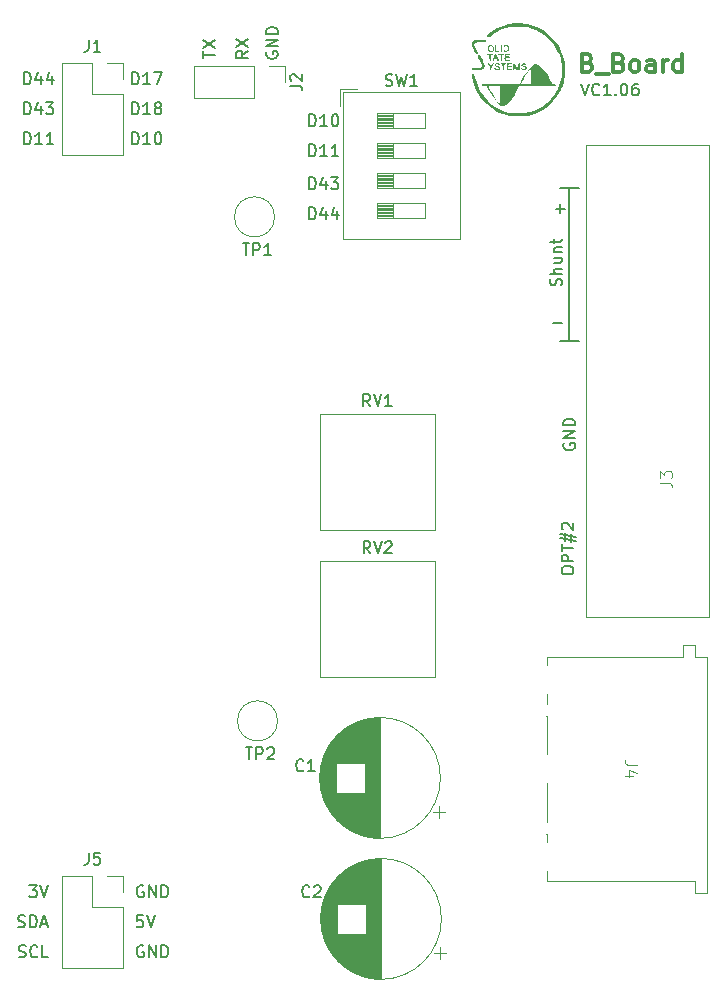
<source format=gto>
G04 #@! TF.GenerationSoftware,KiCad,Pcbnew,8.0.4*
G04 #@! TF.CreationDate,2024-09-09T14:04:52-07:00*
G04 #@! TF.ProjectId,Bottom_Board,426f7474-6f6d-45f4-926f-6172642e6b69,0*
G04 #@! TF.SameCoordinates,Original*
G04 #@! TF.FileFunction,Legend,Top*
G04 #@! TF.FilePolarity,Positive*
%FSLAX46Y46*%
G04 Gerber Fmt 4.6, Leading zero omitted, Abs format (unit mm)*
G04 Created by KiCad (PCBNEW 8.0.4) date 2024-09-09 14:04:52*
%MOMM*%
%LPD*%
G01*
G04 APERTURE LIST*
%ADD10C,0.150000*%
%ADD11C,0.300000*%
%ADD12C,0.100000*%
%ADD13C,0.120000*%
%ADD14C,0.000000*%
%ADD15R,1.600000X1.600000*%
%ADD16O,1.600000X1.600000*%
%ADD17R,2.000000X2.000000*%
%ADD18C,2.000000*%
%ADD19C,3.000000*%
%ADD20C,1.700000*%
%ADD21O,1.700000X1.700000*%
%ADD22C,1.440000*%
%ADD23R,1.700000X1.700000*%
%ADD24C,3.500000*%
G04 APERTURE END LIST*
D10*
X163639500Y-90551000D02*
X161988500Y-90551000D01*
X162814000Y-90551000D02*
X162814000Y-77597000D01*
X163639500Y-77597000D02*
X161988500Y-77597000D01*
X140771714Y-77670819D02*
X140771714Y-76670819D01*
X140771714Y-76670819D02*
X141009809Y-76670819D01*
X141009809Y-76670819D02*
X141152666Y-76718438D01*
X141152666Y-76718438D02*
X141247904Y-76813676D01*
X141247904Y-76813676D02*
X141295523Y-76908914D01*
X141295523Y-76908914D02*
X141343142Y-77099390D01*
X141343142Y-77099390D02*
X141343142Y-77242247D01*
X141343142Y-77242247D02*
X141295523Y-77432723D01*
X141295523Y-77432723D02*
X141247904Y-77527961D01*
X141247904Y-77527961D02*
X141152666Y-77623200D01*
X141152666Y-77623200D02*
X141009809Y-77670819D01*
X141009809Y-77670819D02*
X140771714Y-77670819D01*
X142200285Y-77004152D02*
X142200285Y-77670819D01*
X141962190Y-76623200D02*
X141724095Y-77337485D01*
X141724095Y-77337485D02*
X142343142Y-77337485D01*
X142628857Y-76670819D02*
X143247904Y-76670819D01*
X143247904Y-76670819D02*
X142914571Y-77051771D01*
X142914571Y-77051771D02*
X143057428Y-77051771D01*
X143057428Y-77051771D02*
X143152666Y-77099390D01*
X143152666Y-77099390D02*
X143200285Y-77147009D01*
X143200285Y-77147009D02*
X143247904Y-77242247D01*
X143247904Y-77242247D02*
X143247904Y-77480342D01*
X143247904Y-77480342D02*
X143200285Y-77575580D01*
X143200285Y-77575580D02*
X143152666Y-77623200D01*
X143152666Y-77623200D02*
X143057428Y-77670819D01*
X143057428Y-77670819D02*
X142771714Y-77670819D01*
X142771714Y-77670819D02*
X142676476Y-77623200D01*
X142676476Y-77623200D02*
X142628857Y-77575580D01*
X163769922Y-68719819D02*
X164103255Y-69719819D01*
X164103255Y-69719819D02*
X164436588Y-68719819D01*
X165341350Y-69624580D02*
X165293731Y-69672200D01*
X165293731Y-69672200D02*
X165150874Y-69719819D01*
X165150874Y-69719819D02*
X165055636Y-69719819D01*
X165055636Y-69719819D02*
X164912779Y-69672200D01*
X164912779Y-69672200D02*
X164817541Y-69576961D01*
X164817541Y-69576961D02*
X164769922Y-69481723D01*
X164769922Y-69481723D02*
X164722303Y-69291247D01*
X164722303Y-69291247D02*
X164722303Y-69148390D01*
X164722303Y-69148390D02*
X164769922Y-68957914D01*
X164769922Y-68957914D02*
X164817541Y-68862676D01*
X164817541Y-68862676D02*
X164912779Y-68767438D01*
X164912779Y-68767438D02*
X165055636Y-68719819D01*
X165055636Y-68719819D02*
X165150874Y-68719819D01*
X165150874Y-68719819D02*
X165293731Y-68767438D01*
X165293731Y-68767438D02*
X165341350Y-68815057D01*
X166293731Y-69719819D02*
X165722303Y-69719819D01*
X166008017Y-69719819D02*
X166008017Y-68719819D01*
X166008017Y-68719819D02*
X165912779Y-68862676D01*
X165912779Y-68862676D02*
X165817541Y-68957914D01*
X165817541Y-68957914D02*
X165722303Y-69005533D01*
X166722303Y-69624580D02*
X166769922Y-69672200D01*
X166769922Y-69672200D02*
X166722303Y-69719819D01*
X166722303Y-69719819D02*
X166674684Y-69672200D01*
X166674684Y-69672200D02*
X166722303Y-69624580D01*
X166722303Y-69624580D02*
X166722303Y-69719819D01*
X167388969Y-68719819D02*
X167484207Y-68719819D01*
X167484207Y-68719819D02*
X167579445Y-68767438D01*
X167579445Y-68767438D02*
X167627064Y-68815057D01*
X167627064Y-68815057D02*
X167674683Y-68910295D01*
X167674683Y-68910295D02*
X167722302Y-69100771D01*
X167722302Y-69100771D02*
X167722302Y-69338866D01*
X167722302Y-69338866D02*
X167674683Y-69529342D01*
X167674683Y-69529342D02*
X167627064Y-69624580D01*
X167627064Y-69624580D02*
X167579445Y-69672200D01*
X167579445Y-69672200D02*
X167484207Y-69719819D01*
X167484207Y-69719819D02*
X167388969Y-69719819D01*
X167388969Y-69719819D02*
X167293731Y-69672200D01*
X167293731Y-69672200D02*
X167246112Y-69624580D01*
X167246112Y-69624580D02*
X167198493Y-69529342D01*
X167198493Y-69529342D02*
X167150874Y-69338866D01*
X167150874Y-69338866D02*
X167150874Y-69100771D01*
X167150874Y-69100771D02*
X167198493Y-68910295D01*
X167198493Y-68910295D02*
X167246112Y-68815057D01*
X167246112Y-68815057D02*
X167293731Y-68767438D01*
X167293731Y-68767438D02*
X167388969Y-68719819D01*
X168579445Y-68719819D02*
X168388969Y-68719819D01*
X168388969Y-68719819D02*
X168293731Y-68767438D01*
X168293731Y-68767438D02*
X168246112Y-68815057D01*
X168246112Y-68815057D02*
X168150874Y-68957914D01*
X168150874Y-68957914D02*
X168103255Y-69148390D01*
X168103255Y-69148390D02*
X168103255Y-69529342D01*
X168103255Y-69529342D02*
X168150874Y-69624580D01*
X168150874Y-69624580D02*
X168198493Y-69672200D01*
X168198493Y-69672200D02*
X168293731Y-69719819D01*
X168293731Y-69719819D02*
X168484207Y-69719819D01*
X168484207Y-69719819D02*
X168579445Y-69672200D01*
X168579445Y-69672200D02*
X168627064Y-69624580D01*
X168627064Y-69624580D02*
X168674683Y-69529342D01*
X168674683Y-69529342D02*
X168674683Y-69291247D01*
X168674683Y-69291247D02*
X168627064Y-69196009D01*
X168627064Y-69196009D02*
X168579445Y-69148390D01*
X168579445Y-69148390D02*
X168484207Y-69100771D01*
X168484207Y-69100771D02*
X168293731Y-69100771D01*
X168293731Y-69100771D02*
X168198493Y-69148390D01*
X168198493Y-69148390D02*
X168150874Y-69196009D01*
X168150874Y-69196009D02*
X168103255Y-69291247D01*
X126746095Y-136662438D02*
X126650857Y-136614819D01*
X126650857Y-136614819D02*
X126508000Y-136614819D01*
X126508000Y-136614819D02*
X126365143Y-136662438D01*
X126365143Y-136662438D02*
X126269905Y-136757676D01*
X126269905Y-136757676D02*
X126222286Y-136852914D01*
X126222286Y-136852914D02*
X126174667Y-137043390D01*
X126174667Y-137043390D02*
X126174667Y-137186247D01*
X126174667Y-137186247D02*
X126222286Y-137376723D01*
X126222286Y-137376723D02*
X126269905Y-137471961D01*
X126269905Y-137471961D02*
X126365143Y-137567200D01*
X126365143Y-137567200D02*
X126508000Y-137614819D01*
X126508000Y-137614819D02*
X126603238Y-137614819D01*
X126603238Y-137614819D02*
X126746095Y-137567200D01*
X126746095Y-137567200D02*
X126793714Y-137519580D01*
X126793714Y-137519580D02*
X126793714Y-137186247D01*
X126793714Y-137186247D02*
X126603238Y-137186247D01*
X127222286Y-137614819D02*
X127222286Y-136614819D01*
X127222286Y-136614819D02*
X127793714Y-137614819D01*
X127793714Y-137614819D02*
X127793714Y-136614819D01*
X128269905Y-137614819D02*
X128269905Y-136614819D01*
X128269905Y-136614819D02*
X128508000Y-136614819D01*
X128508000Y-136614819D02*
X128650857Y-136662438D01*
X128650857Y-136662438D02*
X128746095Y-136757676D01*
X128746095Y-136757676D02*
X128793714Y-136852914D01*
X128793714Y-136852914D02*
X128841333Y-137043390D01*
X128841333Y-137043390D02*
X128841333Y-137186247D01*
X128841333Y-137186247D02*
X128793714Y-137376723D01*
X128793714Y-137376723D02*
X128746095Y-137471961D01*
X128746095Y-137471961D02*
X128650857Y-137567200D01*
X128650857Y-137567200D02*
X128508000Y-137614819D01*
X128508000Y-137614819D02*
X128269905Y-137614819D01*
X116189333Y-142647200D02*
X116332190Y-142694819D01*
X116332190Y-142694819D02*
X116570285Y-142694819D01*
X116570285Y-142694819D02*
X116665523Y-142647200D01*
X116665523Y-142647200D02*
X116713142Y-142599580D01*
X116713142Y-142599580D02*
X116760761Y-142504342D01*
X116760761Y-142504342D02*
X116760761Y-142409104D01*
X116760761Y-142409104D02*
X116713142Y-142313866D01*
X116713142Y-142313866D02*
X116665523Y-142266247D01*
X116665523Y-142266247D02*
X116570285Y-142218628D01*
X116570285Y-142218628D02*
X116379809Y-142171009D01*
X116379809Y-142171009D02*
X116284571Y-142123390D01*
X116284571Y-142123390D02*
X116236952Y-142075771D01*
X116236952Y-142075771D02*
X116189333Y-141980533D01*
X116189333Y-141980533D02*
X116189333Y-141885295D01*
X116189333Y-141885295D02*
X116236952Y-141790057D01*
X116236952Y-141790057D02*
X116284571Y-141742438D01*
X116284571Y-141742438D02*
X116379809Y-141694819D01*
X116379809Y-141694819D02*
X116617904Y-141694819D01*
X116617904Y-141694819D02*
X116760761Y-141742438D01*
X117760761Y-142599580D02*
X117713142Y-142647200D01*
X117713142Y-142647200D02*
X117570285Y-142694819D01*
X117570285Y-142694819D02*
X117475047Y-142694819D01*
X117475047Y-142694819D02*
X117332190Y-142647200D01*
X117332190Y-142647200D02*
X117236952Y-142551961D01*
X117236952Y-142551961D02*
X117189333Y-142456723D01*
X117189333Y-142456723D02*
X117141714Y-142266247D01*
X117141714Y-142266247D02*
X117141714Y-142123390D01*
X117141714Y-142123390D02*
X117189333Y-141932914D01*
X117189333Y-141932914D02*
X117236952Y-141837676D01*
X117236952Y-141837676D02*
X117332190Y-141742438D01*
X117332190Y-141742438D02*
X117475047Y-141694819D01*
X117475047Y-141694819D02*
X117570285Y-141694819D01*
X117570285Y-141694819D02*
X117713142Y-141742438D01*
X117713142Y-141742438D02*
X117760761Y-141790057D01*
X118665523Y-142694819D02*
X118189333Y-142694819D01*
X118189333Y-142694819D02*
X118189333Y-141694819D01*
X116141714Y-140107200D02*
X116284571Y-140154819D01*
X116284571Y-140154819D02*
X116522666Y-140154819D01*
X116522666Y-140154819D02*
X116617904Y-140107200D01*
X116617904Y-140107200D02*
X116665523Y-140059580D01*
X116665523Y-140059580D02*
X116713142Y-139964342D01*
X116713142Y-139964342D02*
X116713142Y-139869104D01*
X116713142Y-139869104D02*
X116665523Y-139773866D01*
X116665523Y-139773866D02*
X116617904Y-139726247D01*
X116617904Y-139726247D02*
X116522666Y-139678628D01*
X116522666Y-139678628D02*
X116332190Y-139631009D01*
X116332190Y-139631009D02*
X116236952Y-139583390D01*
X116236952Y-139583390D02*
X116189333Y-139535771D01*
X116189333Y-139535771D02*
X116141714Y-139440533D01*
X116141714Y-139440533D02*
X116141714Y-139345295D01*
X116141714Y-139345295D02*
X116189333Y-139250057D01*
X116189333Y-139250057D02*
X116236952Y-139202438D01*
X116236952Y-139202438D02*
X116332190Y-139154819D01*
X116332190Y-139154819D02*
X116570285Y-139154819D01*
X116570285Y-139154819D02*
X116713142Y-139202438D01*
X117141714Y-140154819D02*
X117141714Y-139154819D01*
X117141714Y-139154819D02*
X117379809Y-139154819D01*
X117379809Y-139154819D02*
X117522666Y-139202438D01*
X117522666Y-139202438D02*
X117617904Y-139297676D01*
X117617904Y-139297676D02*
X117665523Y-139392914D01*
X117665523Y-139392914D02*
X117713142Y-139583390D01*
X117713142Y-139583390D02*
X117713142Y-139726247D01*
X117713142Y-139726247D02*
X117665523Y-139916723D01*
X117665523Y-139916723D02*
X117617904Y-140011961D01*
X117617904Y-140011961D02*
X117522666Y-140107200D01*
X117522666Y-140107200D02*
X117379809Y-140154819D01*
X117379809Y-140154819D02*
X117141714Y-140154819D01*
X118094095Y-139869104D02*
X118570285Y-139869104D01*
X117998857Y-140154819D02*
X118332190Y-139154819D01*
X118332190Y-139154819D02*
X118665523Y-140154819D01*
X125785714Y-73860819D02*
X125785714Y-72860819D01*
X125785714Y-72860819D02*
X126023809Y-72860819D01*
X126023809Y-72860819D02*
X126166666Y-72908438D01*
X126166666Y-72908438D02*
X126261904Y-73003676D01*
X126261904Y-73003676D02*
X126309523Y-73098914D01*
X126309523Y-73098914D02*
X126357142Y-73289390D01*
X126357142Y-73289390D02*
X126357142Y-73432247D01*
X126357142Y-73432247D02*
X126309523Y-73622723D01*
X126309523Y-73622723D02*
X126261904Y-73717961D01*
X126261904Y-73717961D02*
X126166666Y-73813200D01*
X126166666Y-73813200D02*
X126023809Y-73860819D01*
X126023809Y-73860819D02*
X125785714Y-73860819D01*
X127309523Y-73860819D02*
X126738095Y-73860819D01*
X127023809Y-73860819D02*
X127023809Y-72860819D01*
X127023809Y-72860819D02*
X126928571Y-73003676D01*
X126928571Y-73003676D02*
X126833333Y-73098914D01*
X126833333Y-73098914D02*
X126738095Y-73146533D01*
X127928571Y-72860819D02*
X128023809Y-72860819D01*
X128023809Y-72860819D02*
X128119047Y-72908438D01*
X128119047Y-72908438D02*
X128166666Y-72956057D01*
X128166666Y-72956057D02*
X128214285Y-73051295D01*
X128214285Y-73051295D02*
X128261904Y-73241771D01*
X128261904Y-73241771D02*
X128261904Y-73479866D01*
X128261904Y-73479866D02*
X128214285Y-73670342D01*
X128214285Y-73670342D02*
X128166666Y-73765580D01*
X128166666Y-73765580D02*
X128119047Y-73813200D01*
X128119047Y-73813200D02*
X128023809Y-73860819D01*
X128023809Y-73860819D02*
X127928571Y-73860819D01*
X127928571Y-73860819D02*
X127833333Y-73813200D01*
X127833333Y-73813200D02*
X127785714Y-73765580D01*
X127785714Y-73765580D02*
X127738095Y-73670342D01*
X127738095Y-73670342D02*
X127690476Y-73479866D01*
X127690476Y-73479866D02*
X127690476Y-73241771D01*
X127690476Y-73241771D02*
X127738095Y-73051295D01*
X127738095Y-73051295D02*
X127785714Y-72956057D01*
X127785714Y-72956057D02*
X127833333Y-72908438D01*
X127833333Y-72908438D02*
X127928571Y-72860819D01*
X126698476Y-139154819D02*
X126222286Y-139154819D01*
X126222286Y-139154819D02*
X126174667Y-139631009D01*
X126174667Y-139631009D02*
X126222286Y-139583390D01*
X126222286Y-139583390D02*
X126317524Y-139535771D01*
X126317524Y-139535771D02*
X126555619Y-139535771D01*
X126555619Y-139535771D02*
X126650857Y-139583390D01*
X126650857Y-139583390D02*
X126698476Y-139631009D01*
X126698476Y-139631009D02*
X126746095Y-139726247D01*
X126746095Y-139726247D02*
X126746095Y-139964342D01*
X126746095Y-139964342D02*
X126698476Y-140059580D01*
X126698476Y-140059580D02*
X126650857Y-140107200D01*
X126650857Y-140107200D02*
X126555619Y-140154819D01*
X126555619Y-140154819D02*
X126317524Y-140154819D01*
X126317524Y-140154819D02*
X126222286Y-140107200D01*
X126222286Y-140107200D02*
X126174667Y-140059580D01*
X127031810Y-139154819D02*
X127365143Y-140154819D01*
X127365143Y-140154819D02*
X127698476Y-139154819D01*
D11*
X164376510Y-66960114D02*
X164590796Y-67031542D01*
X164590796Y-67031542D02*
X164662225Y-67102971D01*
X164662225Y-67102971D02*
X164733653Y-67245828D01*
X164733653Y-67245828D02*
X164733653Y-67460114D01*
X164733653Y-67460114D02*
X164662225Y-67602971D01*
X164662225Y-67602971D02*
X164590796Y-67674400D01*
X164590796Y-67674400D02*
X164447939Y-67745828D01*
X164447939Y-67745828D02*
X163876510Y-67745828D01*
X163876510Y-67745828D02*
X163876510Y-66245828D01*
X163876510Y-66245828D02*
X164376510Y-66245828D01*
X164376510Y-66245828D02*
X164519368Y-66317257D01*
X164519368Y-66317257D02*
X164590796Y-66388685D01*
X164590796Y-66388685D02*
X164662225Y-66531542D01*
X164662225Y-66531542D02*
X164662225Y-66674400D01*
X164662225Y-66674400D02*
X164590796Y-66817257D01*
X164590796Y-66817257D02*
X164519368Y-66888685D01*
X164519368Y-66888685D02*
X164376510Y-66960114D01*
X164376510Y-66960114D02*
X163876510Y-66960114D01*
X165019368Y-67888685D02*
X166162225Y-67888685D01*
X167019367Y-66960114D02*
X167233653Y-67031542D01*
X167233653Y-67031542D02*
X167305082Y-67102971D01*
X167305082Y-67102971D02*
X167376510Y-67245828D01*
X167376510Y-67245828D02*
X167376510Y-67460114D01*
X167376510Y-67460114D02*
X167305082Y-67602971D01*
X167305082Y-67602971D02*
X167233653Y-67674400D01*
X167233653Y-67674400D02*
X167090796Y-67745828D01*
X167090796Y-67745828D02*
X166519367Y-67745828D01*
X166519367Y-67745828D02*
X166519367Y-66245828D01*
X166519367Y-66245828D02*
X167019367Y-66245828D01*
X167019367Y-66245828D02*
X167162225Y-66317257D01*
X167162225Y-66317257D02*
X167233653Y-66388685D01*
X167233653Y-66388685D02*
X167305082Y-66531542D01*
X167305082Y-66531542D02*
X167305082Y-66674400D01*
X167305082Y-66674400D02*
X167233653Y-66817257D01*
X167233653Y-66817257D02*
X167162225Y-66888685D01*
X167162225Y-66888685D02*
X167019367Y-66960114D01*
X167019367Y-66960114D02*
X166519367Y-66960114D01*
X168233653Y-67745828D02*
X168090796Y-67674400D01*
X168090796Y-67674400D02*
X168019367Y-67602971D01*
X168019367Y-67602971D02*
X167947939Y-67460114D01*
X167947939Y-67460114D02*
X167947939Y-67031542D01*
X167947939Y-67031542D02*
X168019367Y-66888685D01*
X168019367Y-66888685D02*
X168090796Y-66817257D01*
X168090796Y-66817257D02*
X168233653Y-66745828D01*
X168233653Y-66745828D02*
X168447939Y-66745828D01*
X168447939Y-66745828D02*
X168590796Y-66817257D01*
X168590796Y-66817257D02*
X168662225Y-66888685D01*
X168662225Y-66888685D02*
X168733653Y-67031542D01*
X168733653Y-67031542D02*
X168733653Y-67460114D01*
X168733653Y-67460114D02*
X168662225Y-67602971D01*
X168662225Y-67602971D02*
X168590796Y-67674400D01*
X168590796Y-67674400D02*
X168447939Y-67745828D01*
X168447939Y-67745828D02*
X168233653Y-67745828D01*
X170019368Y-67745828D02*
X170019368Y-66960114D01*
X170019368Y-66960114D02*
X169947939Y-66817257D01*
X169947939Y-66817257D02*
X169805082Y-66745828D01*
X169805082Y-66745828D02*
X169519368Y-66745828D01*
X169519368Y-66745828D02*
X169376510Y-66817257D01*
X170019368Y-67674400D02*
X169876510Y-67745828D01*
X169876510Y-67745828D02*
X169519368Y-67745828D01*
X169519368Y-67745828D02*
X169376510Y-67674400D01*
X169376510Y-67674400D02*
X169305082Y-67531542D01*
X169305082Y-67531542D02*
X169305082Y-67388685D01*
X169305082Y-67388685D02*
X169376510Y-67245828D01*
X169376510Y-67245828D02*
X169519368Y-67174400D01*
X169519368Y-67174400D02*
X169876510Y-67174400D01*
X169876510Y-67174400D02*
X170019368Y-67102971D01*
X170733653Y-67745828D02*
X170733653Y-66745828D01*
X170733653Y-67031542D02*
X170805082Y-66888685D01*
X170805082Y-66888685D02*
X170876511Y-66817257D01*
X170876511Y-66817257D02*
X171019368Y-66745828D01*
X171019368Y-66745828D02*
X171162225Y-66745828D01*
X172305082Y-67745828D02*
X172305082Y-66245828D01*
X172305082Y-67674400D02*
X172162224Y-67745828D01*
X172162224Y-67745828D02*
X171876510Y-67745828D01*
X171876510Y-67745828D02*
X171733653Y-67674400D01*
X171733653Y-67674400D02*
X171662224Y-67602971D01*
X171662224Y-67602971D02*
X171590796Y-67460114D01*
X171590796Y-67460114D02*
X171590796Y-67031542D01*
X171590796Y-67031542D02*
X171662224Y-66888685D01*
X171662224Y-66888685D02*
X171733653Y-66817257D01*
X171733653Y-66817257D02*
X171876510Y-66745828D01*
X171876510Y-66745828D02*
X172162224Y-66745828D01*
X172162224Y-66745828D02*
X172305082Y-66817257D01*
D10*
X162141819Y-110029380D02*
X162141819Y-109838904D01*
X162141819Y-109838904D02*
X162189438Y-109743666D01*
X162189438Y-109743666D02*
X162284676Y-109648428D01*
X162284676Y-109648428D02*
X162475152Y-109600809D01*
X162475152Y-109600809D02*
X162808485Y-109600809D01*
X162808485Y-109600809D02*
X162998961Y-109648428D01*
X162998961Y-109648428D02*
X163094200Y-109743666D01*
X163094200Y-109743666D02*
X163141819Y-109838904D01*
X163141819Y-109838904D02*
X163141819Y-110029380D01*
X163141819Y-110029380D02*
X163094200Y-110124618D01*
X163094200Y-110124618D02*
X162998961Y-110219856D01*
X162998961Y-110219856D02*
X162808485Y-110267475D01*
X162808485Y-110267475D02*
X162475152Y-110267475D01*
X162475152Y-110267475D02*
X162284676Y-110219856D01*
X162284676Y-110219856D02*
X162189438Y-110124618D01*
X162189438Y-110124618D02*
X162141819Y-110029380D01*
X163141819Y-109172237D02*
X162141819Y-109172237D01*
X162141819Y-109172237D02*
X162141819Y-108791285D01*
X162141819Y-108791285D02*
X162189438Y-108696047D01*
X162189438Y-108696047D02*
X162237057Y-108648428D01*
X162237057Y-108648428D02*
X162332295Y-108600809D01*
X162332295Y-108600809D02*
X162475152Y-108600809D01*
X162475152Y-108600809D02*
X162570390Y-108648428D01*
X162570390Y-108648428D02*
X162618009Y-108696047D01*
X162618009Y-108696047D02*
X162665628Y-108791285D01*
X162665628Y-108791285D02*
X162665628Y-109172237D01*
X162141819Y-108315094D02*
X162141819Y-107743666D01*
X163141819Y-108029380D02*
X162141819Y-108029380D01*
X162475152Y-107457951D02*
X162475152Y-106743666D01*
X162046580Y-107172237D02*
X163332295Y-107457951D01*
X162903723Y-106838904D02*
X162903723Y-107553189D01*
X163332295Y-107124618D02*
X162046580Y-106838904D01*
X162237057Y-106457951D02*
X162189438Y-106410332D01*
X162189438Y-106410332D02*
X162141819Y-106315094D01*
X162141819Y-106315094D02*
X162141819Y-106076999D01*
X162141819Y-106076999D02*
X162189438Y-105981761D01*
X162189438Y-105981761D02*
X162237057Y-105934142D01*
X162237057Y-105934142D02*
X162332295Y-105886523D01*
X162332295Y-105886523D02*
X162427533Y-105886523D01*
X162427533Y-105886523D02*
X162570390Y-105934142D01*
X162570390Y-105934142D02*
X163141819Y-106505570D01*
X163141819Y-106505570D02*
X163141819Y-105886523D01*
X162341838Y-99186904D02*
X162294219Y-99282142D01*
X162294219Y-99282142D02*
X162294219Y-99424999D01*
X162294219Y-99424999D02*
X162341838Y-99567856D01*
X162341838Y-99567856D02*
X162437076Y-99663094D01*
X162437076Y-99663094D02*
X162532314Y-99710713D01*
X162532314Y-99710713D02*
X162722790Y-99758332D01*
X162722790Y-99758332D02*
X162865647Y-99758332D01*
X162865647Y-99758332D02*
X163056123Y-99710713D01*
X163056123Y-99710713D02*
X163151361Y-99663094D01*
X163151361Y-99663094D02*
X163246600Y-99567856D01*
X163246600Y-99567856D02*
X163294219Y-99424999D01*
X163294219Y-99424999D02*
X163294219Y-99329761D01*
X163294219Y-99329761D02*
X163246600Y-99186904D01*
X163246600Y-99186904D02*
X163198980Y-99139285D01*
X163198980Y-99139285D02*
X162865647Y-99139285D01*
X162865647Y-99139285D02*
X162865647Y-99329761D01*
X163294219Y-98710713D02*
X162294219Y-98710713D01*
X162294219Y-98710713D02*
X163294219Y-98139285D01*
X163294219Y-98139285D02*
X162294219Y-98139285D01*
X163294219Y-97663094D02*
X162294219Y-97663094D01*
X162294219Y-97663094D02*
X162294219Y-97424999D01*
X162294219Y-97424999D02*
X162341838Y-97282142D01*
X162341838Y-97282142D02*
X162437076Y-97186904D01*
X162437076Y-97186904D02*
X162532314Y-97139285D01*
X162532314Y-97139285D02*
X162722790Y-97091666D01*
X162722790Y-97091666D02*
X162865647Y-97091666D01*
X162865647Y-97091666D02*
X163056123Y-97139285D01*
X163056123Y-97139285D02*
X163151361Y-97186904D01*
X163151361Y-97186904D02*
X163246600Y-97282142D01*
X163246600Y-97282142D02*
X163294219Y-97424999D01*
X163294219Y-97424999D02*
X163294219Y-97663094D01*
X125785714Y-68780819D02*
X125785714Y-67780819D01*
X125785714Y-67780819D02*
X126023809Y-67780819D01*
X126023809Y-67780819D02*
X126166666Y-67828438D01*
X126166666Y-67828438D02*
X126261904Y-67923676D01*
X126261904Y-67923676D02*
X126309523Y-68018914D01*
X126309523Y-68018914D02*
X126357142Y-68209390D01*
X126357142Y-68209390D02*
X126357142Y-68352247D01*
X126357142Y-68352247D02*
X126309523Y-68542723D01*
X126309523Y-68542723D02*
X126261904Y-68637961D01*
X126261904Y-68637961D02*
X126166666Y-68733200D01*
X126166666Y-68733200D02*
X126023809Y-68780819D01*
X126023809Y-68780819D02*
X125785714Y-68780819D01*
X127309523Y-68780819D02*
X126738095Y-68780819D01*
X127023809Y-68780819D02*
X127023809Y-67780819D01*
X127023809Y-67780819D02*
X126928571Y-67923676D01*
X126928571Y-67923676D02*
X126833333Y-68018914D01*
X126833333Y-68018914D02*
X126738095Y-68066533D01*
X127642857Y-67780819D02*
X128309523Y-67780819D01*
X128309523Y-67780819D02*
X127880952Y-68780819D01*
X116641714Y-71320819D02*
X116641714Y-70320819D01*
X116641714Y-70320819D02*
X116879809Y-70320819D01*
X116879809Y-70320819D02*
X117022666Y-70368438D01*
X117022666Y-70368438D02*
X117117904Y-70463676D01*
X117117904Y-70463676D02*
X117165523Y-70558914D01*
X117165523Y-70558914D02*
X117213142Y-70749390D01*
X117213142Y-70749390D02*
X117213142Y-70892247D01*
X117213142Y-70892247D02*
X117165523Y-71082723D01*
X117165523Y-71082723D02*
X117117904Y-71177961D01*
X117117904Y-71177961D02*
X117022666Y-71273200D01*
X117022666Y-71273200D02*
X116879809Y-71320819D01*
X116879809Y-71320819D02*
X116641714Y-71320819D01*
X118070285Y-70654152D02*
X118070285Y-71320819D01*
X117832190Y-70273200D02*
X117594095Y-70987485D01*
X117594095Y-70987485D02*
X118213142Y-70987485D01*
X118498857Y-70320819D02*
X119117904Y-70320819D01*
X119117904Y-70320819D02*
X118784571Y-70701771D01*
X118784571Y-70701771D02*
X118927428Y-70701771D01*
X118927428Y-70701771D02*
X119022666Y-70749390D01*
X119022666Y-70749390D02*
X119070285Y-70797009D01*
X119070285Y-70797009D02*
X119117904Y-70892247D01*
X119117904Y-70892247D02*
X119117904Y-71130342D01*
X119117904Y-71130342D02*
X119070285Y-71225580D01*
X119070285Y-71225580D02*
X119022666Y-71273200D01*
X119022666Y-71273200D02*
X118927428Y-71320819D01*
X118927428Y-71320819D02*
X118641714Y-71320819D01*
X118641714Y-71320819D02*
X118546476Y-71273200D01*
X118546476Y-71273200D02*
X118498857Y-71225580D01*
X162128200Y-85816839D02*
X162175819Y-85673982D01*
X162175819Y-85673982D02*
X162175819Y-85435887D01*
X162175819Y-85435887D02*
X162128200Y-85340649D01*
X162128200Y-85340649D02*
X162080580Y-85293030D01*
X162080580Y-85293030D02*
X161985342Y-85245411D01*
X161985342Y-85245411D02*
X161890104Y-85245411D01*
X161890104Y-85245411D02*
X161794866Y-85293030D01*
X161794866Y-85293030D02*
X161747247Y-85340649D01*
X161747247Y-85340649D02*
X161699628Y-85435887D01*
X161699628Y-85435887D02*
X161652009Y-85626363D01*
X161652009Y-85626363D02*
X161604390Y-85721601D01*
X161604390Y-85721601D02*
X161556771Y-85769220D01*
X161556771Y-85769220D02*
X161461533Y-85816839D01*
X161461533Y-85816839D02*
X161366295Y-85816839D01*
X161366295Y-85816839D02*
X161271057Y-85769220D01*
X161271057Y-85769220D02*
X161223438Y-85721601D01*
X161223438Y-85721601D02*
X161175819Y-85626363D01*
X161175819Y-85626363D02*
X161175819Y-85388268D01*
X161175819Y-85388268D02*
X161223438Y-85245411D01*
X162175819Y-84816839D02*
X161175819Y-84816839D01*
X162175819Y-84388268D02*
X161652009Y-84388268D01*
X161652009Y-84388268D02*
X161556771Y-84435887D01*
X161556771Y-84435887D02*
X161509152Y-84531125D01*
X161509152Y-84531125D02*
X161509152Y-84673982D01*
X161509152Y-84673982D02*
X161556771Y-84769220D01*
X161556771Y-84769220D02*
X161604390Y-84816839D01*
X161509152Y-83483506D02*
X162175819Y-83483506D01*
X161509152Y-83912077D02*
X162032961Y-83912077D01*
X162032961Y-83912077D02*
X162128200Y-83864458D01*
X162128200Y-83864458D02*
X162175819Y-83769220D01*
X162175819Y-83769220D02*
X162175819Y-83626363D01*
X162175819Y-83626363D02*
X162128200Y-83531125D01*
X162128200Y-83531125D02*
X162080580Y-83483506D01*
X161509152Y-83007315D02*
X162175819Y-83007315D01*
X161604390Y-83007315D02*
X161556771Y-82959696D01*
X161556771Y-82959696D02*
X161509152Y-82864458D01*
X161509152Y-82864458D02*
X161509152Y-82721601D01*
X161509152Y-82721601D02*
X161556771Y-82626363D01*
X161556771Y-82626363D02*
X161652009Y-82578744D01*
X161652009Y-82578744D02*
X162175819Y-82578744D01*
X161509152Y-82245410D02*
X161509152Y-81864458D01*
X161175819Y-82102553D02*
X162032961Y-82102553D01*
X162032961Y-82102553D02*
X162128200Y-82054934D01*
X162128200Y-82054934D02*
X162175819Y-81959696D01*
X162175819Y-81959696D02*
X162175819Y-81864458D01*
X116641714Y-73860819D02*
X116641714Y-72860819D01*
X116641714Y-72860819D02*
X116879809Y-72860819D01*
X116879809Y-72860819D02*
X117022666Y-72908438D01*
X117022666Y-72908438D02*
X117117904Y-73003676D01*
X117117904Y-73003676D02*
X117165523Y-73098914D01*
X117165523Y-73098914D02*
X117213142Y-73289390D01*
X117213142Y-73289390D02*
X117213142Y-73432247D01*
X117213142Y-73432247D02*
X117165523Y-73622723D01*
X117165523Y-73622723D02*
X117117904Y-73717961D01*
X117117904Y-73717961D02*
X117022666Y-73813200D01*
X117022666Y-73813200D02*
X116879809Y-73860819D01*
X116879809Y-73860819D02*
X116641714Y-73860819D01*
X118165523Y-73860819D02*
X117594095Y-73860819D01*
X117879809Y-73860819D02*
X117879809Y-72860819D01*
X117879809Y-72860819D02*
X117784571Y-73003676D01*
X117784571Y-73003676D02*
X117689333Y-73098914D01*
X117689333Y-73098914D02*
X117594095Y-73146533D01*
X119117904Y-73860819D02*
X118546476Y-73860819D01*
X118832190Y-73860819D02*
X118832190Y-72860819D01*
X118832190Y-72860819D02*
X118736952Y-73003676D01*
X118736952Y-73003676D02*
X118641714Y-73098914D01*
X118641714Y-73098914D02*
X118546476Y-73146533D01*
X131788819Y-66547904D02*
X131788819Y-65976476D01*
X132788819Y-66262190D02*
X131788819Y-66262190D01*
X131788819Y-65738380D02*
X132788819Y-65071714D01*
X131788819Y-65071714D02*
X132788819Y-65738380D01*
X125785714Y-71320819D02*
X125785714Y-70320819D01*
X125785714Y-70320819D02*
X126023809Y-70320819D01*
X126023809Y-70320819D02*
X126166666Y-70368438D01*
X126166666Y-70368438D02*
X126261904Y-70463676D01*
X126261904Y-70463676D02*
X126309523Y-70558914D01*
X126309523Y-70558914D02*
X126357142Y-70749390D01*
X126357142Y-70749390D02*
X126357142Y-70892247D01*
X126357142Y-70892247D02*
X126309523Y-71082723D01*
X126309523Y-71082723D02*
X126261904Y-71177961D01*
X126261904Y-71177961D02*
X126166666Y-71273200D01*
X126166666Y-71273200D02*
X126023809Y-71320819D01*
X126023809Y-71320819D02*
X125785714Y-71320819D01*
X127309523Y-71320819D02*
X126738095Y-71320819D01*
X127023809Y-71320819D02*
X127023809Y-70320819D01*
X127023809Y-70320819D02*
X126928571Y-70463676D01*
X126928571Y-70463676D02*
X126833333Y-70558914D01*
X126833333Y-70558914D02*
X126738095Y-70606533D01*
X127880952Y-70749390D02*
X127785714Y-70701771D01*
X127785714Y-70701771D02*
X127738095Y-70654152D01*
X127738095Y-70654152D02*
X127690476Y-70558914D01*
X127690476Y-70558914D02*
X127690476Y-70511295D01*
X127690476Y-70511295D02*
X127738095Y-70416057D01*
X127738095Y-70416057D02*
X127785714Y-70368438D01*
X127785714Y-70368438D02*
X127880952Y-70320819D01*
X127880952Y-70320819D02*
X128071428Y-70320819D01*
X128071428Y-70320819D02*
X128166666Y-70368438D01*
X128166666Y-70368438D02*
X128214285Y-70416057D01*
X128214285Y-70416057D02*
X128261904Y-70511295D01*
X128261904Y-70511295D02*
X128261904Y-70558914D01*
X128261904Y-70558914D02*
X128214285Y-70654152D01*
X128214285Y-70654152D02*
X128166666Y-70701771D01*
X128166666Y-70701771D02*
X128071428Y-70749390D01*
X128071428Y-70749390D02*
X127880952Y-70749390D01*
X127880952Y-70749390D02*
X127785714Y-70797009D01*
X127785714Y-70797009D02*
X127738095Y-70844628D01*
X127738095Y-70844628D02*
X127690476Y-70939866D01*
X127690476Y-70939866D02*
X127690476Y-71130342D01*
X127690476Y-71130342D02*
X127738095Y-71225580D01*
X127738095Y-71225580D02*
X127785714Y-71273200D01*
X127785714Y-71273200D02*
X127880952Y-71320819D01*
X127880952Y-71320819D02*
X128071428Y-71320819D01*
X128071428Y-71320819D02*
X128166666Y-71273200D01*
X128166666Y-71273200D02*
X128214285Y-71225580D01*
X128214285Y-71225580D02*
X128261904Y-71130342D01*
X128261904Y-71130342D02*
X128261904Y-70939866D01*
X128261904Y-70939866D02*
X128214285Y-70844628D01*
X128214285Y-70844628D02*
X128166666Y-70797009D01*
X128166666Y-70797009D02*
X128071428Y-70749390D01*
X140771714Y-74876819D02*
X140771714Y-73876819D01*
X140771714Y-73876819D02*
X141009809Y-73876819D01*
X141009809Y-73876819D02*
X141152666Y-73924438D01*
X141152666Y-73924438D02*
X141247904Y-74019676D01*
X141247904Y-74019676D02*
X141295523Y-74114914D01*
X141295523Y-74114914D02*
X141343142Y-74305390D01*
X141343142Y-74305390D02*
X141343142Y-74448247D01*
X141343142Y-74448247D02*
X141295523Y-74638723D01*
X141295523Y-74638723D02*
X141247904Y-74733961D01*
X141247904Y-74733961D02*
X141152666Y-74829200D01*
X141152666Y-74829200D02*
X141009809Y-74876819D01*
X141009809Y-74876819D02*
X140771714Y-74876819D01*
X142295523Y-74876819D02*
X141724095Y-74876819D01*
X142009809Y-74876819D02*
X142009809Y-73876819D01*
X142009809Y-73876819D02*
X141914571Y-74019676D01*
X141914571Y-74019676D02*
X141819333Y-74114914D01*
X141819333Y-74114914D02*
X141724095Y-74162533D01*
X143247904Y-74876819D02*
X142676476Y-74876819D01*
X142962190Y-74876819D02*
X142962190Y-73876819D01*
X142962190Y-73876819D02*
X142866952Y-74019676D01*
X142866952Y-74019676D02*
X142771714Y-74114914D01*
X142771714Y-74114914D02*
X142676476Y-74162533D01*
X140771714Y-72336819D02*
X140771714Y-71336819D01*
X140771714Y-71336819D02*
X141009809Y-71336819D01*
X141009809Y-71336819D02*
X141152666Y-71384438D01*
X141152666Y-71384438D02*
X141247904Y-71479676D01*
X141247904Y-71479676D02*
X141295523Y-71574914D01*
X141295523Y-71574914D02*
X141343142Y-71765390D01*
X141343142Y-71765390D02*
X141343142Y-71908247D01*
X141343142Y-71908247D02*
X141295523Y-72098723D01*
X141295523Y-72098723D02*
X141247904Y-72193961D01*
X141247904Y-72193961D02*
X141152666Y-72289200D01*
X141152666Y-72289200D02*
X141009809Y-72336819D01*
X141009809Y-72336819D02*
X140771714Y-72336819D01*
X142295523Y-72336819D02*
X141724095Y-72336819D01*
X142009809Y-72336819D02*
X142009809Y-71336819D01*
X142009809Y-71336819D02*
X141914571Y-71479676D01*
X141914571Y-71479676D02*
X141819333Y-71574914D01*
X141819333Y-71574914D02*
X141724095Y-71622533D01*
X142914571Y-71336819D02*
X143009809Y-71336819D01*
X143009809Y-71336819D02*
X143105047Y-71384438D01*
X143105047Y-71384438D02*
X143152666Y-71432057D01*
X143152666Y-71432057D02*
X143200285Y-71527295D01*
X143200285Y-71527295D02*
X143247904Y-71717771D01*
X143247904Y-71717771D02*
X143247904Y-71955866D01*
X143247904Y-71955866D02*
X143200285Y-72146342D01*
X143200285Y-72146342D02*
X143152666Y-72241580D01*
X143152666Y-72241580D02*
X143105047Y-72289200D01*
X143105047Y-72289200D02*
X143009809Y-72336819D01*
X143009809Y-72336819D02*
X142914571Y-72336819D01*
X142914571Y-72336819D02*
X142819333Y-72289200D01*
X142819333Y-72289200D02*
X142771714Y-72241580D01*
X142771714Y-72241580D02*
X142724095Y-72146342D01*
X142724095Y-72146342D02*
X142676476Y-71955866D01*
X142676476Y-71955866D02*
X142676476Y-71717771D01*
X142676476Y-71717771D02*
X142724095Y-71527295D01*
X142724095Y-71527295D02*
X142771714Y-71432057D01*
X142771714Y-71432057D02*
X142819333Y-71384438D01*
X142819333Y-71384438D02*
X142914571Y-71336819D01*
X126746095Y-141742438D02*
X126650857Y-141694819D01*
X126650857Y-141694819D02*
X126508000Y-141694819D01*
X126508000Y-141694819D02*
X126365143Y-141742438D01*
X126365143Y-141742438D02*
X126269905Y-141837676D01*
X126269905Y-141837676D02*
X126222286Y-141932914D01*
X126222286Y-141932914D02*
X126174667Y-142123390D01*
X126174667Y-142123390D02*
X126174667Y-142266247D01*
X126174667Y-142266247D02*
X126222286Y-142456723D01*
X126222286Y-142456723D02*
X126269905Y-142551961D01*
X126269905Y-142551961D02*
X126365143Y-142647200D01*
X126365143Y-142647200D02*
X126508000Y-142694819D01*
X126508000Y-142694819D02*
X126603238Y-142694819D01*
X126603238Y-142694819D02*
X126746095Y-142647200D01*
X126746095Y-142647200D02*
X126793714Y-142599580D01*
X126793714Y-142599580D02*
X126793714Y-142266247D01*
X126793714Y-142266247D02*
X126603238Y-142266247D01*
X127222286Y-142694819D02*
X127222286Y-141694819D01*
X127222286Y-141694819D02*
X127793714Y-142694819D01*
X127793714Y-142694819D02*
X127793714Y-141694819D01*
X128269905Y-142694819D02*
X128269905Y-141694819D01*
X128269905Y-141694819D02*
X128508000Y-141694819D01*
X128508000Y-141694819D02*
X128650857Y-141742438D01*
X128650857Y-141742438D02*
X128746095Y-141837676D01*
X128746095Y-141837676D02*
X128793714Y-141932914D01*
X128793714Y-141932914D02*
X128841333Y-142123390D01*
X128841333Y-142123390D02*
X128841333Y-142266247D01*
X128841333Y-142266247D02*
X128793714Y-142456723D01*
X128793714Y-142456723D02*
X128746095Y-142551961D01*
X128746095Y-142551961D02*
X128650857Y-142647200D01*
X128650857Y-142647200D02*
X128508000Y-142694819D01*
X128508000Y-142694819D02*
X128269905Y-142694819D01*
X117094095Y-136614819D02*
X117713142Y-136614819D01*
X117713142Y-136614819D02*
X117379809Y-136995771D01*
X117379809Y-136995771D02*
X117522666Y-136995771D01*
X117522666Y-136995771D02*
X117617904Y-137043390D01*
X117617904Y-137043390D02*
X117665523Y-137091009D01*
X117665523Y-137091009D02*
X117713142Y-137186247D01*
X117713142Y-137186247D02*
X117713142Y-137424342D01*
X117713142Y-137424342D02*
X117665523Y-137519580D01*
X117665523Y-137519580D02*
X117617904Y-137567200D01*
X117617904Y-137567200D02*
X117522666Y-137614819D01*
X117522666Y-137614819D02*
X117236952Y-137614819D01*
X117236952Y-137614819D02*
X117141714Y-137567200D01*
X117141714Y-137567200D02*
X117094095Y-137519580D01*
X117998857Y-136614819D02*
X118332190Y-137614819D01*
X118332190Y-137614819D02*
X118665523Y-136614819D01*
X135582819Y-65952666D02*
X135106628Y-66285999D01*
X135582819Y-66524094D02*
X134582819Y-66524094D01*
X134582819Y-66524094D02*
X134582819Y-66143142D01*
X134582819Y-66143142D02*
X134630438Y-66047904D01*
X134630438Y-66047904D02*
X134678057Y-66000285D01*
X134678057Y-66000285D02*
X134773295Y-65952666D01*
X134773295Y-65952666D02*
X134916152Y-65952666D01*
X134916152Y-65952666D02*
X135011390Y-66000285D01*
X135011390Y-66000285D02*
X135059009Y-66047904D01*
X135059009Y-66047904D02*
X135106628Y-66143142D01*
X135106628Y-66143142D02*
X135106628Y-66524094D01*
X134582819Y-65619332D02*
X135582819Y-64952666D01*
X134582819Y-64952666D02*
X135582819Y-65619332D01*
X137170438Y-66039904D02*
X137122819Y-66135142D01*
X137122819Y-66135142D02*
X137122819Y-66277999D01*
X137122819Y-66277999D02*
X137170438Y-66420856D01*
X137170438Y-66420856D02*
X137265676Y-66516094D01*
X137265676Y-66516094D02*
X137360914Y-66563713D01*
X137360914Y-66563713D02*
X137551390Y-66611332D01*
X137551390Y-66611332D02*
X137694247Y-66611332D01*
X137694247Y-66611332D02*
X137884723Y-66563713D01*
X137884723Y-66563713D02*
X137979961Y-66516094D01*
X137979961Y-66516094D02*
X138075200Y-66420856D01*
X138075200Y-66420856D02*
X138122819Y-66277999D01*
X138122819Y-66277999D02*
X138122819Y-66182761D01*
X138122819Y-66182761D02*
X138075200Y-66039904D01*
X138075200Y-66039904D02*
X138027580Y-65992285D01*
X138027580Y-65992285D02*
X137694247Y-65992285D01*
X137694247Y-65992285D02*
X137694247Y-66182761D01*
X138122819Y-65563713D02*
X137122819Y-65563713D01*
X137122819Y-65563713D02*
X138122819Y-64992285D01*
X138122819Y-64992285D02*
X137122819Y-64992285D01*
X138122819Y-64516094D02*
X137122819Y-64516094D01*
X137122819Y-64516094D02*
X137122819Y-64277999D01*
X137122819Y-64277999D02*
X137170438Y-64135142D01*
X137170438Y-64135142D02*
X137265676Y-64039904D01*
X137265676Y-64039904D02*
X137360914Y-63992285D01*
X137360914Y-63992285D02*
X137551390Y-63944666D01*
X137551390Y-63944666D02*
X137694247Y-63944666D01*
X137694247Y-63944666D02*
X137884723Y-63992285D01*
X137884723Y-63992285D02*
X137979961Y-64039904D01*
X137979961Y-64039904D02*
X138075200Y-64135142D01*
X138075200Y-64135142D02*
X138122819Y-64277999D01*
X138122819Y-64277999D02*
X138122819Y-64516094D01*
X140771714Y-80210819D02*
X140771714Y-79210819D01*
X140771714Y-79210819D02*
X141009809Y-79210819D01*
X141009809Y-79210819D02*
X141152666Y-79258438D01*
X141152666Y-79258438D02*
X141247904Y-79353676D01*
X141247904Y-79353676D02*
X141295523Y-79448914D01*
X141295523Y-79448914D02*
X141343142Y-79639390D01*
X141343142Y-79639390D02*
X141343142Y-79782247D01*
X141343142Y-79782247D02*
X141295523Y-79972723D01*
X141295523Y-79972723D02*
X141247904Y-80067961D01*
X141247904Y-80067961D02*
X141152666Y-80163200D01*
X141152666Y-80163200D02*
X141009809Y-80210819D01*
X141009809Y-80210819D02*
X140771714Y-80210819D01*
X142200285Y-79544152D02*
X142200285Y-80210819D01*
X141962190Y-79163200D02*
X141724095Y-79877485D01*
X141724095Y-79877485D02*
X142343142Y-79877485D01*
X143152666Y-79544152D02*
X143152666Y-80210819D01*
X142914571Y-79163200D02*
X142676476Y-79877485D01*
X142676476Y-79877485D02*
X143295523Y-79877485D01*
X161671048Y-79321866D02*
X162432953Y-79321866D01*
X162052000Y-79702819D02*
X162052000Y-78940914D01*
X116641714Y-68780819D02*
X116641714Y-67780819D01*
X116641714Y-67780819D02*
X116879809Y-67780819D01*
X116879809Y-67780819D02*
X117022666Y-67828438D01*
X117022666Y-67828438D02*
X117117904Y-67923676D01*
X117117904Y-67923676D02*
X117165523Y-68018914D01*
X117165523Y-68018914D02*
X117213142Y-68209390D01*
X117213142Y-68209390D02*
X117213142Y-68352247D01*
X117213142Y-68352247D02*
X117165523Y-68542723D01*
X117165523Y-68542723D02*
X117117904Y-68637961D01*
X117117904Y-68637961D02*
X117022666Y-68733200D01*
X117022666Y-68733200D02*
X116879809Y-68780819D01*
X116879809Y-68780819D02*
X116641714Y-68780819D01*
X118070285Y-68114152D02*
X118070285Y-68780819D01*
X117832190Y-67733200D02*
X117594095Y-68447485D01*
X117594095Y-68447485D02*
X118213142Y-68447485D01*
X119022666Y-68114152D02*
X119022666Y-68780819D01*
X118784571Y-67733200D02*
X118546476Y-68447485D01*
X118546476Y-68447485D02*
X119165523Y-68447485D01*
X161417048Y-88973866D02*
X162178953Y-88973866D01*
X147256667Y-68869200D02*
X147399524Y-68916819D01*
X147399524Y-68916819D02*
X147637619Y-68916819D01*
X147637619Y-68916819D02*
X147732857Y-68869200D01*
X147732857Y-68869200D02*
X147780476Y-68821580D01*
X147780476Y-68821580D02*
X147828095Y-68726342D01*
X147828095Y-68726342D02*
X147828095Y-68631104D01*
X147828095Y-68631104D02*
X147780476Y-68535866D01*
X147780476Y-68535866D02*
X147732857Y-68488247D01*
X147732857Y-68488247D02*
X147637619Y-68440628D01*
X147637619Y-68440628D02*
X147447143Y-68393009D01*
X147447143Y-68393009D02*
X147351905Y-68345390D01*
X147351905Y-68345390D02*
X147304286Y-68297771D01*
X147304286Y-68297771D02*
X147256667Y-68202533D01*
X147256667Y-68202533D02*
X147256667Y-68107295D01*
X147256667Y-68107295D02*
X147304286Y-68012057D01*
X147304286Y-68012057D02*
X147351905Y-67964438D01*
X147351905Y-67964438D02*
X147447143Y-67916819D01*
X147447143Y-67916819D02*
X147685238Y-67916819D01*
X147685238Y-67916819D02*
X147828095Y-67964438D01*
X148161429Y-67916819D02*
X148399524Y-68916819D01*
X148399524Y-68916819D02*
X148590000Y-68202533D01*
X148590000Y-68202533D02*
X148780476Y-68916819D01*
X148780476Y-68916819D02*
X149018572Y-67916819D01*
X149923333Y-68916819D02*
X149351905Y-68916819D01*
X149637619Y-68916819D02*
X149637619Y-67916819D01*
X149637619Y-67916819D02*
X149542381Y-68059676D01*
X149542381Y-68059676D02*
X149447143Y-68154914D01*
X149447143Y-68154914D02*
X149351905Y-68202533D01*
X140295333Y-126851580D02*
X140247714Y-126899200D01*
X140247714Y-126899200D02*
X140104857Y-126946819D01*
X140104857Y-126946819D02*
X140009619Y-126946819D01*
X140009619Y-126946819D02*
X139866762Y-126899200D01*
X139866762Y-126899200D02*
X139771524Y-126803961D01*
X139771524Y-126803961D02*
X139723905Y-126708723D01*
X139723905Y-126708723D02*
X139676286Y-126518247D01*
X139676286Y-126518247D02*
X139676286Y-126375390D01*
X139676286Y-126375390D02*
X139723905Y-126184914D01*
X139723905Y-126184914D02*
X139771524Y-126089676D01*
X139771524Y-126089676D02*
X139866762Y-125994438D01*
X139866762Y-125994438D02*
X140009619Y-125946819D01*
X140009619Y-125946819D02*
X140104857Y-125946819D01*
X140104857Y-125946819D02*
X140247714Y-125994438D01*
X140247714Y-125994438D02*
X140295333Y-126042057D01*
X141247714Y-126946819D02*
X140676286Y-126946819D01*
X140962000Y-126946819D02*
X140962000Y-125946819D01*
X140962000Y-125946819D02*
X140866762Y-126089676D01*
X140866762Y-126089676D02*
X140771524Y-126184914D01*
X140771524Y-126184914D02*
X140676286Y-126232533D01*
D12*
X168492580Y-126412666D02*
X167778295Y-126412666D01*
X167778295Y-126412666D02*
X167635438Y-126365047D01*
X167635438Y-126365047D02*
X167540200Y-126269809D01*
X167540200Y-126269809D02*
X167492580Y-126126952D01*
X167492580Y-126126952D02*
X167492580Y-126031714D01*
X168159247Y-127317428D02*
X167492580Y-127317428D01*
X168540200Y-127079333D02*
X167825914Y-126841238D01*
X167825914Y-126841238D02*
X167825914Y-127460285D01*
D10*
X140803333Y-137519580D02*
X140755714Y-137567200D01*
X140755714Y-137567200D02*
X140612857Y-137614819D01*
X140612857Y-137614819D02*
X140517619Y-137614819D01*
X140517619Y-137614819D02*
X140374762Y-137567200D01*
X140374762Y-137567200D02*
X140279524Y-137471961D01*
X140279524Y-137471961D02*
X140231905Y-137376723D01*
X140231905Y-137376723D02*
X140184286Y-137186247D01*
X140184286Y-137186247D02*
X140184286Y-137043390D01*
X140184286Y-137043390D02*
X140231905Y-136852914D01*
X140231905Y-136852914D02*
X140279524Y-136757676D01*
X140279524Y-136757676D02*
X140374762Y-136662438D01*
X140374762Y-136662438D02*
X140517619Y-136614819D01*
X140517619Y-136614819D02*
X140612857Y-136614819D01*
X140612857Y-136614819D02*
X140755714Y-136662438D01*
X140755714Y-136662438D02*
X140803333Y-136710057D01*
X141184286Y-136710057D02*
X141231905Y-136662438D01*
X141231905Y-136662438D02*
X141327143Y-136614819D01*
X141327143Y-136614819D02*
X141565238Y-136614819D01*
X141565238Y-136614819D02*
X141660476Y-136662438D01*
X141660476Y-136662438D02*
X141708095Y-136710057D01*
X141708095Y-136710057D02*
X141755714Y-136805295D01*
X141755714Y-136805295D02*
X141755714Y-136900533D01*
X141755714Y-136900533D02*
X141708095Y-137043390D01*
X141708095Y-137043390D02*
X141136667Y-137614819D01*
X141136667Y-137614819D02*
X141755714Y-137614819D01*
X122094666Y-65010819D02*
X122094666Y-65725104D01*
X122094666Y-65725104D02*
X122047047Y-65867961D01*
X122047047Y-65867961D02*
X121951809Y-65963200D01*
X121951809Y-65963200D02*
X121808952Y-66010819D01*
X121808952Y-66010819D02*
X121713714Y-66010819D01*
X123094666Y-66010819D02*
X122523238Y-66010819D01*
X122808952Y-66010819D02*
X122808952Y-65010819D01*
X122808952Y-65010819D02*
X122713714Y-65153676D01*
X122713714Y-65153676D02*
X122618476Y-65248914D01*
X122618476Y-65248914D02*
X122523238Y-65296533D01*
X135390095Y-124930819D02*
X135961523Y-124930819D01*
X135675809Y-125930819D02*
X135675809Y-124930819D01*
X136294857Y-125930819D02*
X136294857Y-124930819D01*
X136294857Y-124930819D02*
X136675809Y-124930819D01*
X136675809Y-124930819D02*
X136771047Y-124978438D01*
X136771047Y-124978438D02*
X136818666Y-125026057D01*
X136818666Y-125026057D02*
X136866285Y-125121295D01*
X136866285Y-125121295D02*
X136866285Y-125264152D01*
X136866285Y-125264152D02*
X136818666Y-125359390D01*
X136818666Y-125359390D02*
X136771047Y-125407009D01*
X136771047Y-125407009D02*
X136675809Y-125454628D01*
X136675809Y-125454628D02*
X136294857Y-125454628D01*
X137247238Y-125026057D02*
X137294857Y-124978438D01*
X137294857Y-124978438D02*
X137390095Y-124930819D01*
X137390095Y-124930819D02*
X137628190Y-124930819D01*
X137628190Y-124930819D02*
X137723428Y-124978438D01*
X137723428Y-124978438D02*
X137771047Y-125026057D01*
X137771047Y-125026057D02*
X137818666Y-125121295D01*
X137818666Y-125121295D02*
X137818666Y-125216533D01*
X137818666Y-125216533D02*
X137771047Y-125359390D01*
X137771047Y-125359390D02*
X137199619Y-125930819D01*
X137199619Y-125930819D02*
X137818666Y-125930819D01*
X122094666Y-133844819D02*
X122094666Y-134559104D01*
X122094666Y-134559104D02*
X122047047Y-134701961D01*
X122047047Y-134701961D02*
X121951809Y-134797200D01*
X121951809Y-134797200D02*
X121808952Y-134844819D01*
X121808952Y-134844819D02*
X121713714Y-134844819D01*
X123047047Y-133844819D02*
X122570857Y-133844819D01*
X122570857Y-133844819D02*
X122523238Y-134321009D01*
X122523238Y-134321009D02*
X122570857Y-134273390D01*
X122570857Y-134273390D02*
X122666095Y-134225771D01*
X122666095Y-134225771D02*
X122904190Y-134225771D01*
X122904190Y-134225771D02*
X122999428Y-134273390D01*
X122999428Y-134273390D02*
X123047047Y-134321009D01*
X123047047Y-134321009D02*
X123094666Y-134416247D01*
X123094666Y-134416247D02*
X123094666Y-134654342D01*
X123094666Y-134654342D02*
X123047047Y-134749580D01*
X123047047Y-134749580D02*
X122999428Y-134797200D01*
X122999428Y-134797200D02*
X122904190Y-134844819D01*
X122904190Y-134844819D02*
X122666095Y-134844819D01*
X122666095Y-134844819D02*
X122570857Y-134797200D01*
X122570857Y-134797200D02*
X122523238Y-134749580D01*
X145962761Y-108485819D02*
X145629428Y-108009628D01*
X145391333Y-108485819D02*
X145391333Y-107485819D01*
X145391333Y-107485819D02*
X145772285Y-107485819D01*
X145772285Y-107485819D02*
X145867523Y-107533438D01*
X145867523Y-107533438D02*
X145915142Y-107581057D01*
X145915142Y-107581057D02*
X145962761Y-107676295D01*
X145962761Y-107676295D02*
X145962761Y-107819152D01*
X145962761Y-107819152D02*
X145915142Y-107914390D01*
X145915142Y-107914390D02*
X145867523Y-107962009D01*
X145867523Y-107962009D02*
X145772285Y-108009628D01*
X145772285Y-108009628D02*
X145391333Y-108009628D01*
X146248476Y-107485819D02*
X146581809Y-108485819D01*
X146581809Y-108485819D02*
X146915142Y-107485819D01*
X147200857Y-107581057D02*
X147248476Y-107533438D01*
X147248476Y-107533438D02*
X147343714Y-107485819D01*
X147343714Y-107485819D02*
X147581809Y-107485819D01*
X147581809Y-107485819D02*
X147677047Y-107533438D01*
X147677047Y-107533438D02*
X147724666Y-107581057D01*
X147724666Y-107581057D02*
X147772285Y-107676295D01*
X147772285Y-107676295D02*
X147772285Y-107771533D01*
X147772285Y-107771533D02*
X147724666Y-107914390D01*
X147724666Y-107914390D02*
X147153238Y-108485819D01*
X147153238Y-108485819D02*
X147772285Y-108485819D01*
X139183819Y-68913333D02*
X139898104Y-68913333D01*
X139898104Y-68913333D02*
X140040961Y-68960952D01*
X140040961Y-68960952D02*
X140136200Y-69056190D01*
X140136200Y-69056190D02*
X140183819Y-69199047D01*
X140183819Y-69199047D02*
X140183819Y-69294285D01*
X139279057Y-68484761D02*
X139231438Y-68437142D01*
X139231438Y-68437142D02*
X139183819Y-68341904D01*
X139183819Y-68341904D02*
X139183819Y-68103809D01*
X139183819Y-68103809D02*
X139231438Y-68008571D01*
X139231438Y-68008571D02*
X139279057Y-67960952D01*
X139279057Y-67960952D02*
X139374295Y-67913333D01*
X139374295Y-67913333D02*
X139469533Y-67913333D01*
X139469533Y-67913333D02*
X139612390Y-67960952D01*
X139612390Y-67960952D02*
X140183819Y-68532380D01*
X140183819Y-68532380D02*
X140183819Y-67913333D01*
X135136095Y-82258819D02*
X135707523Y-82258819D01*
X135421809Y-83258819D02*
X135421809Y-82258819D01*
X136040857Y-83258819D02*
X136040857Y-82258819D01*
X136040857Y-82258819D02*
X136421809Y-82258819D01*
X136421809Y-82258819D02*
X136517047Y-82306438D01*
X136517047Y-82306438D02*
X136564666Y-82354057D01*
X136564666Y-82354057D02*
X136612285Y-82449295D01*
X136612285Y-82449295D02*
X136612285Y-82592152D01*
X136612285Y-82592152D02*
X136564666Y-82687390D01*
X136564666Y-82687390D02*
X136517047Y-82735009D01*
X136517047Y-82735009D02*
X136421809Y-82782628D01*
X136421809Y-82782628D02*
X136040857Y-82782628D01*
X137564666Y-83258819D02*
X136993238Y-83258819D01*
X137278952Y-83258819D02*
X137278952Y-82258819D01*
X137278952Y-82258819D02*
X137183714Y-82401676D01*
X137183714Y-82401676D02*
X137088476Y-82496914D01*
X137088476Y-82496914D02*
X136993238Y-82544533D01*
D12*
X170475619Y-102517533D02*
X171189904Y-102517533D01*
X171189904Y-102517533D02*
X171332761Y-102565152D01*
X171332761Y-102565152D02*
X171428000Y-102660390D01*
X171428000Y-102660390D02*
X171475619Y-102803247D01*
X171475619Y-102803247D02*
X171475619Y-102898485D01*
X170475619Y-102136580D02*
X170475619Y-101517533D01*
X170475619Y-101517533D02*
X170856571Y-101850866D01*
X170856571Y-101850866D02*
X170856571Y-101708009D01*
X170856571Y-101708009D02*
X170904190Y-101612771D01*
X170904190Y-101612771D02*
X170951809Y-101565152D01*
X170951809Y-101565152D02*
X171047047Y-101517533D01*
X171047047Y-101517533D02*
X171285142Y-101517533D01*
X171285142Y-101517533D02*
X171380380Y-101565152D01*
X171380380Y-101565152D02*
X171428000Y-101612771D01*
X171428000Y-101612771D02*
X171475619Y-101708009D01*
X171475619Y-101708009D02*
X171475619Y-101993723D01*
X171475619Y-101993723D02*
X171428000Y-102088961D01*
X171428000Y-102088961D02*
X171380380Y-102136580D01*
D10*
X145947761Y-96039819D02*
X145614428Y-95563628D01*
X145376333Y-96039819D02*
X145376333Y-95039819D01*
X145376333Y-95039819D02*
X145757285Y-95039819D01*
X145757285Y-95039819D02*
X145852523Y-95087438D01*
X145852523Y-95087438D02*
X145900142Y-95135057D01*
X145900142Y-95135057D02*
X145947761Y-95230295D01*
X145947761Y-95230295D02*
X145947761Y-95373152D01*
X145947761Y-95373152D02*
X145900142Y-95468390D01*
X145900142Y-95468390D02*
X145852523Y-95516009D01*
X145852523Y-95516009D02*
X145757285Y-95563628D01*
X145757285Y-95563628D02*
X145376333Y-95563628D01*
X146233476Y-95039819D02*
X146566809Y-96039819D01*
X146566809Y-96039819D02*
X146900142Y-95039819D01*
X147757285Y-96039819D02*
X147185857Y-96039819D01*
X147471571Y-96039819D02*
X147471571Y-95039819D01*
X147471571Y-95039819D02*
X147376333Y-95182676D01*
X147376333Y-95182676D02*
X147281095Y-95277914D01*
X147281095Y-95277914D02*
X147185857Y-95325533D01*
D13*
X143400000Y-69222000D02*
X143400000Y-70605000D01*
X143400000Y-69222000D02*
X144784000Y-69222000D01*
X143640000Y-69462000D02*
X143640000Y-81922000D01*
X143640000Y-69462000D02*
X153540000Y-69462000D01*
X143640000Y-81922000D02*
X153540000Y-81922000D01*
X146560000Y-71247000D02*
X146560000Y-72517000D01*
X146560000Y-71367000D02*
X147913333Y-71367000D01*
X146560000Y-71487000D02*
X147913333Y-71487000D01*
X146560000Y-71607000D02*
X147913333Y-71607000D01*
X146560000Y-71727000D02*
X147913333Y-71727000D01*
X146560000Y-71847000D02*
X147913333Y-71847000D01*
X146560000Y-71967000D02*
X147913333Y-71967000D01*
X146560000Y-72087000D02*
X147913333Y-72087000D01*
X146560000Y-72207000D02*
X147913333Y-72207000D01*
X146560000Y-72327000D02*
X147913333Y-72327000D01*
X146560000Y-72447000D02*
X147913333Y-72447000D01*
X146560000Y-72517000D02*
X150620000Y-72517000D01*
X146560000Y-73787000D02*
X146560000Y-75057000D01*
X146560000Y-73907000D02*
X147913333Y-73907000D01*
X146560000Y-74027000D02*
X147913333Y-74027000D01*
X146560000Y-74147000D02*
X147913333Y-74147000D01*
X146560000Y-74267000D02*
X147913333Y-74267000D01*
X146560000Y-74387000D02*
X147913333Y-74387000D01*
X146560000Y-74507000D02*
X147913333Y-74507000D01*
X146560000Y-74627000D02*
X147913333Y-74627000D01*
X146560000Y-74747000D02*
X147913333Y-74747000D01*
X146560000Y-74867000D02*
X147913333Y-74867000D01*
X146560000Y-74987000D02*
X147913333Y-74987000D01*
X146560000Y-75057000D02*
X150620000Y-75057000D01*
X146560000Y-76327000D02*
X146560000Y-77597000D01*
X146560000Y-76447000D02*
X147913333Y-76447000D01*
X146560000Y-76567000D02*
X147913333Y-76567000D01*
X146560000Y-76687000D02*
X147913333Y-76687000D01*
X146560000Y-76807000D02*
X147913333Y-76807000D01*
X146560000Y-76927000D02*
X147913333Y-76927000D01*
X146560000Y-77047000D02*
X147913333Y-77047000D01*
X146560000Y-77167000D02*
X147913333Y-77167000D01*
X146560000Y-77287000D02*
X147913333Y-77287000D01*
X146560000Y-77407000D02*
X147913333Y-77407000D01*
X146560000Y-77527000D02*
X147913333Y-77527000D01*
X146560000Y-77597000D02*
X150620000Y-77597000D01*
X146560000Y-78867000D02*
X146560000Y-80137000D01*
X146560000Y-78987000D02*
X147913333Y-78987000D01*
X146560000Y-79107000D02*
X147913333Y-79107000D01*
X146560000Y-79227000D02*
X147913333Y-79227000D01*
X146560000Y-79347000D02*
X147913333Y-79347000D01*
X146560000Y-79467000D02*
X147913333Y-79467000D01*
X146560000Y-79587000D02*
X147913333Y-79587000D01*
X146560000Y-79707000D02*
X147913333Y-79707000D01*
X146560000Y-79827000D02*
X147913333Y-79827000D01*
X146560000Y-79947000D02*
X147913333Y-79947000D01*
X146560000Y-80067000D02*
X147913333Y-80067000D01*
X146560000Y-80137000D02*
X150620000Y-80137000D01*
X147913333Y-71247000D02*
X147913333Y-72517000D01*
X147913333Y-73787000D02*
X147913333Y-75057000D01*
X147913333Y-76327000D02*
X147913333Y-77597000D01*
X147913333Y-78867000D02*
X147913333Y-80137000D01*
X150620000Y-71247000D02*
X146560000Y-71247000D01*
X150620000Y-72517000D02*
X150620000Y-71247000D01*
X150620000Y-73787000D02*
X146560000Y-73787000D01*
X150620000Y-75057000D02*
X150620000Y-73787000D01*
X150620000Y-76327000D02*
X146560000Y-76327000D01*
X150620000Y-77597000D02*
X150620000Y-76327000D01*
X150620000Y-78867000D02*
X146560000Y-78867000D01*
X150620000Y-80137000D02*
X150620000Y-78867000D01*
X153540000Y-69462000D02*
X153540000Y-81922000D01*
X141689323Y-128107000D02*
X141689323Y-126909000D01*
X141729323Y-128370000D02*
X141729323Y-126646000D01*
X141769323Y-128570000D02*
X141769323Y-126446000D01*
X141809323Y-128738000D02*
X141809323Y-126278000D01*
X141849323Y-128886000D02*
X141849323Y-126130000D01*
X141889323Y-129018000D02*
X141889323Y-125998000D01*
X141929323Y-129138000D02*
X141929323Y-125878000D01*
X141969323Y-129250000D02*
X141969323Y-125766000D01*
X142009323Y-129354000D02*
X142009323Y-125662000D01*
X142049323Y-129452000D02*
X142049323Y-125564000D01*
X142089323Y-129545000D02*
X142089323Y-125471000D01*
X142129323Y-129633000D02*
X142129323Y-125383000D01*
X142169323Y-129717000D02*
X142169323Y-125299000D01*
X142209323Y-129797000D02*
X142209323Y-125219000D01*
X142249323Y-129873000D02*
X142249323Y-125143000D01*
X142289323Y-129947000D02*
X142289323Y-125069000D01*
X142329323Y-130018000D02*
X142329323Y-124998000D01*
X142369323Y-130087000D02*
X142369323Y-124929000D01*
X142409323Y-130153000D02*
X142409323Y-124863000D01*
X142449323Y-130217000D02*
X142449323Y-124799000D01*
X142489323Y-130278000D02*
X142489323Y-124738000D01*
X142529323Y-130338000D02*
X142529323Y-124678000D01*
X142569323Y-130397000D02*
X142569323Y-124619000D01*
X142609323Y-130453000D02*
X142609323Y-124563000D01*
X142649323Y-130508000D02*
X142649323Y-124508000D01*
X142689323Y-130562000D02*
X142689323Y-124454000D01*
X142729323Y-130614000D02*
X142729323Y-124402000D01*
X142769323Y-130664000D02*
X142769323Y-124352000D01*
X142809323Y-130714000D02*
X142809323Y-124302000D01*
X142849323Y-130762000D02*
X142849323Y-124254000D01*
X142889323Y-130809000D02*
X142889323Y-124207000D01*
X142929323Y-130855000D02*
X142929323Y-124161000D01*
X142969323Y-130900000D02*
X142969323Y-124116000D01*
X143009323Y-130944000D02*
X143009323Y-124072000D01*
X143049323Y-126267000D02*
X143049323Y-124030000D01*
X143049323Y-130986000D02*
X143049323Y-128749000D01*
X143089323Y-126267000D02*
X143089323Y-123988000D01*
X143089323Y-131028000D02*
X143089323Y-128749000D01*
X143129323Y-126267000D02*
X143129323Y-123947000D01*
X143129323Y-131069000D02*
X143129323Y-128749000D01*
X143169323Y-126267000D02*
X143169323Y-123907000D01*
X143169323Y-131109000D02*
X143169323Y-128749000D01*
X143209323Y-126267000D02*
X143209323Y-123868000D01*
X143209323Y-131148000D02*
X143209323Y-128749000D01*
X143249323Y-126267000D02*
X143249323Y-123829000D01*
X143249323Y-131187000D02*
X143249323Y-128749000D01*
X143289323Y-126267000D02*
X143289323Y-123792000D01*
X143289323Y-131224000D02*
X143289323Y-128749000D01*
X143329323Y-126267000D02*
X143329323Y-123755000D01*
X143329323Y-131261000D02*
X143329323Y-128749000D01*
X143369323Y-126267000D02*
X143369323Y-123719000D01*
X143369323Y-131297000D02*
X143369323Y-128749000D01*
X143409323Y-126267000D02*
X143409323Y-123684000D01*
X143409323Y-131332000D02*
X143409323Y-128749000D01*
X143449323Y-126267000D02*
X143449323Y-123650000D01*
X143449323Y-131366000D02*
X143449323Y-128749000D01*
X143489323Y-126267000D02*
X143489323Y-123616000D01*
X143489323Y-131400000D02*
X143489323Y-128749000D01*
X143529323Y-126267000D02*
X143529323Y-123583000D01*
X143529323Y-131433000D02*
X143529323Y-128749000D01*
X143569323Y-126267000D02*
X143569323Y-123551000D01*
X143569323Y-131465000D02*
X143569323Y-128749000D01*
X143609323Y-126267000D02*
X143609323Y-123519000D01*
X143609323Y-131497000D02*
X143609323Y-128749000D01*
X143649323Y-126267000D02*
X143649323Y-123488000D01*
X143649323Y-131528000D02*
X143649323Y-128749000D01*
X143689323Y-126267000D02*
X143689323Y-123458000D01*
X143689323Y-131558000D02*
X143689323Y-128749000D01*
X143729323Y-126267000D02*
X143729323Y-123428000D01*
X143729323Y-131588000D02*
X143729323Y-128749000D01*
X143769323Y-126267000D02*
X143769323Y-123398000D01*
X143769323Y-131618000D02*
X143769323Y-128749000D01*
X143809323Y-126267000D02*
X143809323Y-123370000D01*
X143809323Y-131646000D02*
X143809323Y-128749000D01*
X143849323Y-126267000D02*
X143849323Y-123342000D01*
X143849323Y-131674000D02*
X143849323Y-128749000D01*
X143889323Y-126267000D02*
X143889323Y-123314000D01*
X143889323Y-131702000D02*
X143889323Y-128749000D01*
X143929323Y-126267000D02*
X143929323Y-123287000D01*
X143929323Y-131729000D02*
X143929323Y-128749000D01*
X143969323Y-126267000D02*
X143969323Y-123261000D01*
X143969323Y-131755000D02*
X143969323Y-128749000D01*
X144009323Y-126267000D02*
X144009323Y-123235000D01*
X144009323Y-131781000D02*
X144009323Y-128749000D01*
X144049323Y-126267000D02*
X144049323Y-123210000D01*
X144049323Y-131806000D02*
X144049323Y-128749000D01*
X144089323Y-126267000D02*
X144089323Y-123185000D01*
X144089323Y-131831000D02*
X144089323Y-128749000D01*
X144129323Y-126267000D02*
X144129323Y-123161000D01*
X144129323Y-131855000D02*
X144129323Y-128749000D01*
X144169323Y-126267000D02*
X144169323Y-123137000D01*
X144169323Y-131879000D02*
X144169323Y-128749000D01*
X144209323Y-126267000D02*
X144209323Y-123113000D01*
X144209323Y-131903000D02*
X144209323Y-128749000D01*
X144249323Y-126267000D02*
X144249323Y-123091000D01*
X144249323Y-131925000D02*
X144249323Y-128749000D01*
X144289323Y-126267000D02*
X144289323Y-123068000D01*
X144289323Y-131948000D02*
X144289323Y-128749000D01*
X144329323Y-126267000D02*
X144329323Y-123046000D01*
X144329323Y-131970000D02*
X144329323Y-128749000D01*
X144369323Y-126267000D02*
X144369323Y-123025000D01*
X144369323Y-131991000D02*
X144369323Y-128749000D01*
X144409323Y-126267000D02*
X144409323Y-123004000D01*
X144409323Y-132012000D02*
X144409323Y-128749000D01*
X144449323Y-126267000D02*
X144449323Y-122983000D01*
X144449323Y-132033000D02*
X144449323Y-128749000D01*
X144489323Y-126267000D02*
X144489323Y-122963000D01*
X144489323Y-132053000D02*
X144489323Y-128749000D01*
X144529323Y-126267000D02*
X144529323Y-122944000D01*
X144529323Y-132072000D02*
X144529323Y-128749000D01*
X144569323Y-126267000D02*
X144569323Y-122924000D01*
X144569323Y-132092000D02*
X144569323Y-128749000D01*
X144609323Y-126267000D02*
X144609323Y-122905000D01*
X144609323Y-132111000D02*
X144609323Y-128749000D01*
X144649323Y-126267000D02*
X144649323Y-122887000D01*
X144649323Y-132129000D02*
X144649323Y-128749000D01*
X144689323Y-126267000D02*
X144689323Y-122869000D01*
X144689323Y-132147000D02*
X144689323Y-128749000D01*
X144729323Y-126267000D02*
X144729323Y-122851000D01*
X144729323Y-132165000D02*
X144729323Y-128749000D01*
X144769323Y-126267000D02*
X144769323Y-122834000D01*
X144769323Y-132182000D02*
X144769323Y-128749000D01*
X144809323Y-126267000D02*
X144809323Y-122818000D01*
X144809323Y-132198000D02*
X144809323Y-128749000D01*
X144849323Y-126267000D02*
X144849323Y-122801000D01*
X144849323Y-132215000D02*
X144849323Y-128749000D01*
X144889323Y-126267000D02*
X144889323Y-122785000D01*
X144889323Y-132231000D02*
X144889323Y-128749000D01*
X144929323Y-126267000D02*
X144929323Y-122770000D01*
X144929323Y-132246000D02*
X144929323Y-128749000D01*
X144969323Y-126267000D02*
X144969323Y-122754000D01*
X144969323Y-132262000D02*
X144969323Y-128749000D01*
X145009323Y-126267000D02*
X145009323Y-122740000D01*
X145009323Y-132276000D02*
X145009323Y-128749000D01*
X145049323Y-126267000D02*
X145049323Y-122725000D01*
X145049323Y-132291000D02*
X145049323Y-128749000D01*
X145089323Y-126267000D02*
X145089323Y-122711000D01*
X145089323Y-132305000D02*
X145089323Y-128749000D01*
X145129323Y-126267000D02*
X145129323Y-122697000D01*
X145129323Y-132319000D02*
X145129323Y-128749000D01*
X145169323Y-126267000D02*
X145169323Y-122684000D01*
X145169323Y-132332000D02*
X145169323Y-128749000D01*
X145209323Y-126267000D02*
X145209323Y-122671000D01*
X145209323Y-132345000D02*
X145209323Y-128749000D01*
X145249323Y-126267000D02*
X145249323Y-122658000D01*
X145249323Y-132358000D02*
X145249323Y-128749000D01*
X145289323Y-126267000D02*
X145289323Y-122646000D01*
X145289323Y-132370000D02*
X145289323Y-128749000D01*
X145329323Y-126267000D02*
X145329323Y-122634000D01*
X145329323Y-132382000D02*
X145329323Y-128749000D01*
X145369323Y-126267000D02*
X145369323Y-122623000D01*
X145369323Y-132393000D02*
X145369323Y-128749000D01*
X145409323Y-126267000D02*
X145409323Y-122611000D01*
X145409323Y-132405000D02*
X145409323Y-128749000D01*
X145449323Y-126267000D02*
X145449323Y-122601000D01*
X145449323Y-132415000D02*
X145449323Y-128749000D01*
X145489323Y-126267000D02*
X145489323Y-122590000D01*
X145489323Y-132426000D02*
X145489323Y-128749000D01*
X145529323Y-132436000D02*
X145529323Y-122580000D01*
X145569323Y-132446000D02*
X145569323Y-122570000D01*
X145609323Y-132455000D02*
X145609323Y-122561000D01*
X145649323Y-132464000D02*
X145649323Y-122552000D01*
X145689323Y-132473000D02*
X145689323Y-122543000D01*
X145729323Y-132482000D02*
X145729323Y-122534000D01*
X145769323Y-132490000D02*
X145769323Y-122526000D01*
X145809323Y-132498000D02*
X145809323Y-122518000D01*
X145849323Y-132505000D02*
X145849323Y-122511000D01*
X145889323Y-132512000D02*
X145889323Y-122504000D01*
X145929323Y-132519000D02*
X145929323Y-122497000D01*
X145969323Y-132526000D02*
X145969323Y-122490000D01*
X146009323Y-132532000D02*
X146009323Y-122484000D01*
X146049323Y-132538000D02*
X146049323Y-122478000D01*
X146090323Y-132543000D02*
X146090323Y-122473000D01*
X146130323Y-132548000D02*
X146130323Y-122468000D01*
X146170323Y-132553000D02*
X146170323Y-122463000D01*
X146210323Y-132558000D02*
X146210323Y-122458000D01*
X146250323Y-132562000D02*
X146250323Y-122454000D01*
X146290323Y-132566000D02*
X146290323Y-122450000D01*
X146330323Y-132570000D02*
X146330323Y-122446000D01*
X146370323Y-132573000D02*
X146370323Y-122443000D01*
X146410323Y-132576000D02*
X146410323Y-122440000D01*
X146450323Y-132578000D02*
X146450323Y-122438000D01*
X146490323Y-132581000D02*
X146490323Y-122435000D01*
X146530323Y-132583000D02*
X146530323Y-122433000D01*
X146570323Y-132585000D02*
X146570323Y-122431000D01*
X146610323Y-132586000D02*
X146610323Y-122430000D01*
X146650323Y-132587000D02*
X146650323Y-122429000D01*
X146690323Y-132588000D02*
X146690323Y-122428000D01*
X146730323Y-132588000D02*
X146730323Y-122428000D01*
X146770323Y-132588000D02*
X146770323Y-122428000D01*
X151749969Y-130883000D02*
X151749969Y-129883000D01*
X152249969Y-130383000D02*
X151249969Y-130383000D01*
X151890323Y-127508000D02*
G75*
G02*
X141650323Y-127508000I-5120000J0D01*
G01*
X141650323Y-127508000D02*
G75*
G02*
X151890323Y-127508000I5120000J0D01*
G01*
D12*
X173450000Y-117246000D02*
X174450000Y-117246000D01*
X174450000Y-136246000D01*
X174450000Y-137246000D01*
X173450000Y-137246000D01*
X173450000Y-136246000D01*
X160950000Y-136246000D01*
X160950000Y-132246000D01*
X158950000Y-132246000D01*
X158950000Y-131246000D01*
X160950000Y-131246000D01*
X160950000Y-122246000D01*
X158950000Y-122246000D01*
X158950000Y-121246000D01*
X160950000Y-121246000D01*
X160950000Y-117246000D01*
X169950000Y-117246000D01*
X172450000Y-117246000D01*
X172450000Y-116246000D01*
X173450000Y-116246000D01*
X173450000Y-117246000D01*
D13*
X141771000Y-140045000D02*
X141771000Y-138847000D01*
X141811000Y-140308000D02*
X141811000Y-138584000D01*
X141851000Y-140508000D02*
X141851000Y-138384000D01*
X141891000Y-140676000D02*
X141891000Y-138216000D01*
X141931000Y-140824000D02*
X141931000Y-138068000D01*
X141971000Y-140956000D02*
X141971000Y-137936000D01*
X142011000Y-141076000D02*
X142011000Y-137816000D01*
X142051000Y-141188000D02*
X142051000Y-137704000D01*
X142091000Y-141292000D02*
X142091000Y-137600000D01*
X142131000Y-141390000D02*
X142131000Y-137502000D01*
X142171000Y-141483000D02*
X142171000Y-137409000D01*
X142211000Y-141571000D02*
X142211000Y-137321000D01*
X142251000Y-141655000D02*
X142251000Y-137237000D01*
X142291000Y-141735000D02*
X142291000Y-137157000D01*
X142331000Y-141811000D02*
X142331000Y-137081000D01*
X142371000Y-141885000D02*
X142371000Y-137007000D01*
X142411000Y-141956000D02*
X142411000Y-136936000D01*
X142451000Y-142025000D02*
X142451000Y-136867000D01*
X142491000Y-142091000D02*
X142491000Y-136801000D01*
X142531000Y-142155000D02*
X142531000Y-136737000D01*
X142571000Y-142216000D02*
X142571000Y-136676000D01*
X142611000Y-142276000D02*
X142611000Y-136616000D01*
X142651000Y-142335000D02*
X142651000Y-136557000D01*
X142691000Y-142391000D02*
X142691000Y-136501000D01*
X142731000Y-142446000D02*
X142731000Y-136446000D01*
X142771000Y-142500000D02*
X142771000Y-136392000D01*
X142811000Y-142552000D02*
X142811000Y-136340000D01*
X142851000Y-142602000D02*
X142851000Y-136290000D01*
X142891000Y-142652000D02*
X142891000Y-136240000D01*
X142931000Y-142700000D02*
X142931000Y-136192000D01*
X142971000Y-142747000D02*
X142971000Y-136145000D01*
X143011000Y-142793000D02*
X143011000Y-136099000D01*
X143051000Y-142838000D02*
X143051000Y-136054000D01*
X143091000Y-142882000D02*
X143091000Y-136010000D01*
X143131000Y-138205000D02*
X143131000Y-135968000D01*
X143131000Y-142924000D02*
X143131000Y-140687000D01*
X143171000Y-138205000D02*
X143171000Y-135926000D01*
X143171000Y-142966000D02*
X143171000Y-140687000D01*
X143211000Y-138205000D02*
X143211000Y-135885000D01*
X143211000Y-143007000D02*
X143211000Y-140687000D01*
X143251000Y-138205000D02*
X143251000Y-135845000D01*
X143251000Y-143047000D02*
X143251000Y-140687000D01*
X143291000Y-138205000D02*
X143291000Y-135806000D01*
X143291000Y-143086000D02*
X143291000Y-140687000D01*
X143331000Y-138205000D02*
X143331000Y-135767000D01*
X143331000Y-143125000D02*
X143331000Y-140687000D01*
X143371000Y-138205000D02*
X143371000Y-135730000D01*
X143371000Y-143162000D02*
X143371000Y-140687000D01*
X143411000Y-138205000D02*
X143411000Y-135693000D01*
X143411000Y-143199000D02*
X143411000Y-140687000D01*
X143451000Y-138205000D02*
X143451000Y-135657000D01*
X143451000Y-143235000D02*
X143451000Y-140687000D01*
X143491000Y-138205000D02*
X143491000Y-135622000D01*
X143491000Y-143270000D02*
X143491000Y-140687000D01*
X143531000Y-138205000D02*
X143531000Y-135588000D01*
X143531000Y-143304000D02*
X143531000Y-140687000D01*
X143571000Y-138205000D02*
X143571000Y-135554000D01*
X143571000Y-143338000D02*
X143571000Y-140687000D01*
X143611000Y-138205000D02*
X143611000Y-135521000D01*
X143611000Y-143371000D02*
X143611000Y-140687000D01*
X143651000Y-138205000D02*
X143651000Y-135489000D01*
X143651000Y-143403000D02*
X143651000Y-140687000D01*
X143691000Y-138205000D02*
X143691000Y-135457000D01*
X143691000Y-143435000D02*
X143691000Y-140687000D01*
X143731000Y-138205000D02*
X143731000Y-135426000D01*
X143731000Y-143466000D02*
X143731000Y-140687000D01*
X143771000Y-138205000D02*
X143771000Y-135396000D01*
X143771000Y-143496000D02*
X143771000Y-140687000D01*
X143811000Y-138205000D02*
X143811000Y-135366000D01*
X143811000Y-143526000D02*
X143811000Y-140687000D01*
X143851000Y-138205000D02*
X143851000Y-135336000D01*
X143851000Y-143556000D02*
X143851000Y-140687000D01*
X143891000Y-138205000D02*
X143891000Y-135308000D01*
X143891000Y-143584000D02*
X143891000Y-140687000D01*
X143931000Y-138205000D02*
X143931000Y-135280000D01*
X143931000Y-143612000D02*
X143931000Y-140687000D01*
X143971000Y-138205000D02*
X143971000Y-135252000D01*
X143971000Y-143640000D02*
X143971000Y-140687000D01*
X144011000Y-138205000D02*
X144011000Y-135225000D01*
X144011000Y-143667000D02*
X144011000Y-140687000D01*
X144051000Y-138205000D02*
X144051000Y-135199000D01*
X144051000Y-143693000D02*
X144051000Y-140687000D01*
X144091000Y-138205000D02*
X144091000Y-135173000D01*
X144091000Y-143719000D02*
X144091000Y-140687000D01*
X144131000Y-138205000D02*
X144131000Y-135148000D01*
X144131000Y-143744000D02*
X144131000Y-140687000D01*
X144171000Y-138205000D02*
X144171000Y-135123000D01*
X144171000Y-143769000D02*
X144171000Y-140687000D01*
X144211000Y-138205000D02*
X144211000Y-135099000D01*
X144211000Y-143793000D02*
X144211000Y-140687000D01*
X144251000Y-138205000D02*
X144251000Y-135075000D01*
X144251000Y-143817000D02*
X144251000Y-140687000D01*
X144291000Y-138205000D02*
X144291000Y-135051000D01*
X144291000Y-143841000D02*
X144291000Y-140687000D01*
X144331000Y-138205000D02*
X144331000Y-135029000D01*
X144331000Y-143863000D02*
X144331000Y-140687000D01*
X144371000Y-138205000D02*
X144371000Y-135006000D01*
X144371000Y-143886000D02*
X144371000Y-140687000D01*
X144411000Y-138205000D02*
X144411000Y-134984000D01*
X144411000Y-143908000D02*
X144411000Y-140687000D01*
X144451000Y-138205000D02*
X144451000Y-134963000D01*
X144451000Y-143929000D02*
X144451000Y-140687000D01*
X144491000Y-138205000D02*
X144491000Y-134942000D01*
X144491000Y-143950000D02*
X144491000Y-140687000D01*
X144531000Y-138205000D02*
X144531000Y-134921000D01*
X144531000Y-143971000D02*
X144531000Y-140687000D01*
X144571000Y-138205000D02*
X144571000Y-134901000D01*
X144571000Y-143991000D02*
X144571000Y-140687000D01*
X144611000Y-138205000D02*
X144611000Y-134882000D01*
X144611000Y-144010000D02*
X144611000Y-140687000D01*
X144651000Y-138205000D02*
X144651000Y-134862000D01*
X144651000Y-144030000D02*
X144651000Y-140687000D01*
X144691000Y-138205000D02*
X144691000Y-134843000D01*
X144691000Y-144049000D02*
X144691000Y-140687000D01*
X144731000Y-138205000D02*
X144731000Y-134825000D01*
X144731000Y-144067000D02*
X144731000Y-140687000D01*
X144771000Y-138205000D02*
X144771000Y-134807000D01*
X144771000Y-144085000D02*
X144771000Y-140687000D01*
X144811000Y-138205000D02*
X144811000Y-134789000D01*
X144811000Y-144103000D02*
X144811000Y-140687000D01*
X144851000Y-138205000D02*
X144851000Y-134772000D01*
X144851000Y-144120000D02*
X144851000Y-140687000D01*
X144891000Y-138205000D02*
X144891000Y-134756000D01*
X144891000Y-144136000D02*
X144891000Y-140687000D01*
X144931000Y-138205000D02*
X144931000Y-134739000D01*
X144931000Y-144153000D02*
X144931000Y-140687000D01*
X144971000Y-138205000D02*
X144971000Y-134723000D01*
X144971000Y-144169000D02*
X144971000Y-140687000D01*
X145011000Y-138205000D02*
X145011000Y-134708000D01*
X145011000Y-144184000D02*
X145011000Y-140687000D01*
X145051000Y-138205000D02*
X145051000Y-134692000D01*
X145051000Y-144200000D02*
X145051000Y-140687000D01*
X145091000Y-138205000D02*
X145091000Y-134678000D01*
X145091000Y-144214000D02*
X145091000Y-140687000D01*
X145131000Y-138205000D02*
X145131000Y-134663000D01*
X145131000Y-144229000D02*
X145131000Y-140687000D01*
X145171000Y-138205000D02*
X145171000Y-134649000D01*
X145171000Y-144243000D02*
X145171000Y-140687000D01*
X145211000Y-138205000D02*
X145211000Y-134635000D01*
X145211000Y-144257000D02*
X145211000Y-140687000D01*
X145251000Y-138205000D02*
X145251000Y-134622000D01*
X145251000Y-144270000D02*
X145251000Y-140687000D01*
X145291000Y-138205000D02*
X145291000Y-134609000D01*
X145291000Y-144283000D02*
X145291000Y-140687000D01*
X145331000Y-138205000D02*
X145331000Y-134596000D01*
X145331000Y-144296000D02*
X145331000Y-140687000D01*
X145371000Y-138205000D02*
X145371000Y-134584000D01*
X145371000Y-144308000D02*
X145371000Y-140687000D01*
X145411000Y-138205000D02*
X145411000Y-134572000D01*
X145411000Y-144320000D02*
X145411000Y-140687000D01*
X145451000Y-138205000D02*
X145451000Y-134561000D01*
X145451000Y-144331000D02*
X145451000Y-140687000D01*
X145491000Y-138205000D02*
X145491000Y-134549000D01*
X145491000Y-144343000D02*
X145491000Y-140687000D01*
X145531000Y-138205000D02*
X145531000Y-134539000D01*
X145531000Y-144353000D02*
X145531000Y-140687000D01*
X145571000Y-138205000D02*
X145571000Y-134528000D01*
X145571000Y-144364000D02*
X145571000Y-140687000D01*
X145611000Y-144374000D02*
X145611000Y-134518000D01*
X145651000Y-144384000D02*
X145651000Y-134508000D01*
X145691000Y-144393000D02*
X145691000Y-134499000D01*
X145731000Y-144402000D02*
X145731000Y-134490000D01*
X145771000Y-144411000D02*
X145771000Y-134481000D01*
X145811000Y-144420000D02*
X145811000Y-134472000D01*
X145851000Y-144428000D02*
X145851000Y-134464000D01*
X145891000Y-144436000D02*
X145891000Y-134456000D01*
X145931000Y-144443000D02*
X145931000Y-134449000D01*
X145971000Y-144450000D02*
X145971000Y-134442000D01*
X146011000Y-144457000D02*
X146011000Y-134435000D01*
X146051000Y-144464000D02*
X146051000Y-134428000D01*
X146091000Y-144470000D02*
X146091000Y-134422000D01*
X146131000Y-144476000D02*
X146131000Y-134416000D01*
X146172000Y-144481000D02*
X146172000Y-134411000D01*
X146212000Y-144486000D02*
X146212000Y-134406000D01*
X146252000Y-144491000D02*
X146252000Y-134401000D01*
X146292000Y-144496000D02*
X146292000Y-134396000D01*
X146332000Y-144500000D02*
X146332000Y-134392000D01*
X146372000Y-144504000D02*
X146372000Y-134388000D01*
X146412000Y-144508000D02*
X146412000Y-134384000D01*
X146452000Y-144511000D02*
X146452000Y-134381000D01*
X146492000Y-144514000D02*
X146492000Y-134378000D01*
X146532000Y-144516000D02*
X146532000Y-134376000D01*
X146572000Y-144519000D02*
X146572000Y-134373000D01*
X146612000Y-144521000D02*
X146612000Y-134371000D01*
X146652000Y-144523000D02*
X146652000Y-134369000D01*
X146692000Y-144524000D02*
X146692000Y-134368000D01*
X146732000Y-144525000D02*
X146732000Y-134367000D01*
X146772000Y-144526000D02*
X146772000Y-134366000D01*
X146812000Y-144526000D02*
X146812000Y-134366000D01*
X146852000Y-144526000D02*
X146852000Y-134366000D01*
X151831646Y-142821000D02*
X151831646Y-141821000D01*
X152331646Y-142321000D02*
X151331646Y-142321000D01*
X151972000Y-139446000D02*
G75*
G02*
X141732000Y-139446000I-5120000J0D01*
G01*
X141732000Y-139446000D02*
G75*
G02*
X151972000Y-139446000I5120000J0D01*
G01*
X119828000Y-66996000D02*
X119828000Y-74736000D01*
X119828000Y-66996000D02*
X122428000Y-66996000D01*
X119828000Y-74736000D02*
X125028000Y-74736000D01*
X122428000Y-66996000D02*
X122428000Y-69596000D01*
X122428000Y-69596000D02*
X125028000Y-69596000D01*
X123698000Y-66996000D02*
X125028000Y-66996000D01*
X125028000Y-66996000D02*
X125028000Y-68326000D01*
X125028000Y-69596000D02*
X125028000Y-74736000D01*
X138098000Y-122682000D02*
G75*
G02*
X134698000Y-122682000I-1700000J0D01*
G01*
X134698000Y-122682000D02*
G75*
G02*
X138098000Y-122682000I1700000J0D01*
G01*
X119828000Y-135830000D02*
X119828000Y-143570000D01*
X119828000Y-135830000D02*
X122428000Y-135830000D01*
X119828000Y-143570000D02*
X125028000Y-143570000D01*
X122428000Y-135830000D02*
X122428000Y-138430000D01*
X122428000Y-138430000D02*
X125028000Y-138430000D01*
X123698000Y-135830000D02*
X125028000Y-135830000D01*
X125028000Y-135830000D02*
X125028000Y-137160000D01*
X125028000Y-138430000D02*
X125028000Y-143570000D01*
X141673000Y-109161000D02*
X141673000Y-118931000D01*
X141673000Y-109161000D02*
X151443000Y-109161000D01*
X141673000Y-118931000D02*
X151443000Y-118931000D01*
X151443000Y-109161000D02*
X151443000Y-118931000D01*
X130989000Y-67250000D02*
X130989000Y-69910000D01*
X136129000Y-67250000D02*
X130989000Y-67250000D01*
X136129000Y-67250000D02*
X136129000Y-69910000D01*
X136129000Y-69910000D02*
X130989000Y-69910000D01*
X137399000Y-67250000D02*
X138729000Y-67250000D01*
X138729000Y-67250000D02*
X138729000Y-68580000D01*
X137844000Y-80010000D02*
G75*
G02*
X134444000Y-80010000I-1700000J0D01*
G01*
X134444000Y-80010000D02*
G75*
G02*
X137844000Y-80010000I1700000J0D01*
G01*
D12*
X174659500Y-73887000D02*
X164176500Y-73887000D01*
X164176500Y-113913000D01*
X174659500Y-113913000D01*
X174659500Y-73887000D01*
D13*
X141658000Y-96715000D02*
X141658000Y-106485000D01*
X141658000Y-96715000D02*
X151428000Y-96715000D01*
X141658000Y-106485000D02*
X151428000Y-106485000D01*
X151428000Y-96715000D02*
X151428000Y-106485000D01*
D14*
G36*
X157083222Y-65443095D02*
G01*
X157101597Y-65499266D01*
X157109905Y-65610373D01*
X157111265Y-65724280D01*
X157108156Y-65880797D01*
X157096922Y-65972670D01*
X157074700Y-66014211D01*
X157051919Y-66021009D01*
X157020615Y-66005466D01*
X157002241Y-65949295D01*
X156993933Y-65838188D01*
X156992573Y-65724280D01*
X156995682Y-65567764D01*
X157006916Y-65475890D01*
X157029137Y-65434350D01*
X157051919Y-65427551D01*
X157083222Y-65443095D01*
G37*
G36*
X156610440Y-65444720D02*
G01*
X156628942Y-65506066D01*
X156636064Y-65626353D01*
X156636498Y-65684716D01*
X156636498Y-65941882D01*
X156774972Y-65941882D01*
X156866499Y-65951819D01*
X156912249Y-65976253D01*
X156913445Y-65981445D01*
X156877863Y-66004014D01*
X156786883Y-66018339D01*
X156715626Y-66021009D01*
X156517807Y-66021009D01*
X156517807Y-65724280D01*
X156520915Y-65567764D01*
X156532150Y-65475890D01*
X156554371Y-65434350D01*
X156577152Y-65427551D01*
X156610440Y-65444720D01*
G37*
G36*
X156401633Y-66998223D02*
G01*
X156371859Y-67076500D01*
X156300205Y-67184627D01*
X156216848Y-67349267D01*
X156201296Y-67458934D01*
X156189530Y-67563765D01*
X156151462Y-67602755D01*
X156141950Y-67603564D01*
X156098363Y-67574013D01*
X156082777Y-67479240D01*
X156082604Y-67462991D01*
X156053387Y-67315010D01*
X155983694Y-67176860D01*
X155912160Y-67063435D01*
X155888626Y-66999324D01*
X155910421Y-66973066D01*
X155935600Y-66970542D01*
X155987524Y-67001722D01*
X156049689Y-67078451D01*
X156060170Y-67095399D01*
X156133925Y-67220255D01*
X156236847Y-67095042D01*
X156328629Y-66999720D01*
X156385390Y-66970038D01*
X156401633Y-66998223D01*
G37*
G36*
X156331618Y-66194052D02*
G01*
X156352266Y-66218386D01*
X156350522Y-66226729D01*
X156301929Y-66273230D01*
X156247652Y-66290817D01*
X156200937Y-66305178D01*
X156175058Y-66343329D01*
X156163997Y-66423977D01*
X156161732Y-66557873D01*
X156155791Y-66712659D01*
X156136461Y-66794682D01*
X156101484Y-66809522D01*
X156069416Y-66785911D01*
X156055098Y-66734821D01*
X156045519Y-66630213D01*
X156043040Y-66531497D01*
X156039993Y-66401823D01*
X156025956Y-66331333D01*
X155993582Y-66300167D01*
X155954022Y-66290817D01*
X155874384Y-66269590D01*
X155864464Y-66242932D01*
X155915615Y-66216369D01*
X156019188Y-66195427D01*
X156116238Y-66187165D01*
X156257022Y-66184334D01*
X156331618Y-66194052D01*
G37*
G36*
X157434833Y-66984928D02*
G01*
X157464703Y-67010266D01*
X157467339Y-67028000D01*
X157433175Y-67077671D01*
X157368430Y-67089234D01*
X157315260Y-67093743D01*
X157285645Y-67119189D01*
X157272710Y-67183448D01*
X157269577Y-67304398D01*
X157269520Y-67346399D01*
X157263670Y-67502104D01*
X157244610Y-67585111D01*
X157210070Y-67601091D01*
X157177204Y-67577188D01*
X157162886Y-67526098D01*
X157153307Y-67421490D01*
X157150828Y-67322775D01*
X157147782Y-67193101D01*
X157133744Y-67122611D01*
X157101371Y-67091445D01*
X157061810Y-67082094D01*
X156982322Y-67060798D01*
X156972517Y-67033977D01*
X157023744Y-67007292D01*
X157127353Y-66986401D01*
X157220065Y-66978545D01*
X157358666Y-66975430D01*
X157434833Y-66984928D01*
G37*
G36*
X157169974Y-66183822D02*
G01*
X157243979Y-66199979D01*
X157269052Y-66231460D01*
X157269520Y-66238611D01*
X157235127Y-66286341D01*
X157170610Y-66297956D01*
X157117441Y-66302466D01*
X157087826Y-66327912D01*
X157074890Y-66392171D01*
X157071758Y-66513120D01*
X157071701Y-66555121D01*
X157066111Y-66689506D01*
X157051302Y-66781512D01*
X157032137Y-66812287D01*
X157011462Y-66775951D01*
X156997308Y-66679698D01*
X156992573Y-66555121D01*
X156990839Y-66416881D01*
X156981052Y-66339882D01*
X156956337Y-66306249D01*
X156909818Y-66298105D01*
X156893663Y-66297956D01*
X156814113Y-66277321D01*
X156794754Y-66238611D01*
X156812984Y-66204151D01*
X156877611Y-66185650D01*
X157003535Y-66179382D01*
X157032137Y-66179265D01*
X157169974Y-66183822D01*
G37*
G36*
X157564548Y-65455143D02*
G01*
X157670244Y-65537202D01*
X157717794Y-65672652D01*
X157720548Y-65724280D01*
X157690914Y-65875758D01*
X157602783Y-65974171D01*
X157457310Y-66018445D01*
X157401862Y-66021009D01*
X157229956Y-66021009D01*
X157229956Y-65724280D01*
X157309084Y-65724280D01*
X157311751Y-65848983D01*
X157325439Y-65913921D01*
X157358682Y-65938417D01*
X157405168Y-65941882D01*
X157506962Y-65916926D01*
X157563423Y-65879710D01*
X157620770Y-65775961D01*
X157615512Y-65664460D01*
X157557677Y-65568848D01*
X157457294Y-65512762D01*
X157405168Y-65506679D01*
X157350104Y-65512719D01*
X157321430Y-65543719D01*
X157310614Y-65619005D01*
X157309084Y-65724280D01*
X157229956Y-65724280D01*
X157229956Y-65427551D01*
X157401862Y-65427551D01*
X157564548Y-65455143D01*
G37*
G36*
X157724959Y-66978459D02*
G01*
X157861180Y-66994208D01*
X157935620Y-67019120D01*
X157943972Y-67046731D01*
X157881928Y-67070581D01*
X157793741Y-67081617D01*
X157675392Y-67104299D01*
X157624237Y-67141931D01*
X157642461Y-67181722D01*
X157732246Y-67210879D01*
X157770901Y-67215428D01*
X157885395Y-67238235D01*
X157933356Y-67272998D01*
X157912857Y-67306529D01*
X157821971Y-67325638D01*
X157787147Y-67326617D01*
X157682299Y-67332968D01*
X157635374Y-67358764D01*
X157625595Y-67405745D01*
X157637244Y-67455193D01*
X157685614Y-67478576D01*
X157790842Y-67484842D01*
X157803632Y-67484872D01*
X157920979Y-67492639D01*
X157974430Y-67519047D01*
X157981670Y-67544218D01*
X157963439Y-67578677D01*
X157898812Y-67597179D01*
X157772888Y-67603447D01*
X157744286Y-67603564D01*
X157506903Y-67603564D01*
X157506903Y-67285079D01*
X157506903Y-66966593D01*
X157724959Y-66978459D01*
G37*
G36*
X156289778Y-65447824D02*
G01*
X156381114Y-65508647D01*
X156447013Y-65634960D01*
X156450655Y-65779200D01*
X156394220Y-65913366D01*
X156345476Y-65966791D01*
X156249220Y-66036973D01*
X156166779Y-66053407D01*
X156061130Y-66022981D01*
X156055518Y-66020733D01*
X155954168Y-65941347D01*
X155896313Y-65817585D01*
X155891328Y-65737976D01*
X156005016Y-65737976D01*
X156022339Y-65845716D01*
X156050953Y-65894405D01*
X156144946Y-65940976D01*
X156246142Y-65925767D01*
X156321570Y-65854595D01*
X156325857Y-65845889D01*
X156350608Y-65726933D01*
X156324863Y-65620285D01*
X156262471Y-65541672D01*
X156177285Y-65506818D01*
X156083153Y-65531448D01*
X156062308Y-65546669D01*
X156018768Y-65625142D01*
X156005016Y-65737976D01*
X155891328Y-65737976D01*
X155887348Y-65674421D01*
X155932668Y-65536829D01*
X155946374Y-65515482D01*
X156037376Y-65447186D01*
X156162233Y-65424470D01*
X156289778Y-65447824D01*
G37*
G36*
X156587467Y-66213814D02*
G01*
X156643077Y-66294648D01*
X156705221Y-66412525D01*
X156764182Y-66548595D01*
X156810246Y-66684005D01*
X156817736Y-66712044D01*
X156821724Y-66791127D01*
X156790537Y-66810673D01*
X156741363Y-66770472D01*
X156708427Y-66713377D01*
X156640354Y-66632621D01*
X156557371Y-66614467D01*
X156457534Y-66643656D01*
X156406314Y-66713377D01*
X156360893Y-66781155D01*
X156312857Y-66814344D01*
X156283719Y-66800963D01*
X156281990Y-66782614D01*
X156299406Y-66711178D01*
X156340433Y-66599599D01*
X156395215Y-66469867D01*
X156401580Y-66456212D01*
X156506343Y-66456212D01*
X156508192Y-66519424D01*
X156561074Y-66535340D01*
X156623439Y-66528071D01*
X156636498Y-66518793D01*
X156619160Y-66454113D01*
X156582658Y-66394011D01*
X156557752Y-66377084D01*
X156524276Y-66409952D01*
X156506343Y-66456212D01*
X156401580Y-66456212D01*
X156453896Y-66343969D01*
X156506622Y-66243897D01*
X156543535Y-66191639D01*
X156548106Y-66188875D01*
X156587467Y-66213814D01*
G37*
G36*
X155454768Y-65000412D02*
G01*
X155605225Y-65008610D01*
X155692983Y-65021563D01*
X155734471Y-65044390D01*
X155746116Y-65082208D01*
X155746311Y-65091259D01*
X155739896Y-65127399D01*
X155711283Y-65152178D01*
X155646419Y-65169196D01*
X155531250Y-65182055D01*
X155351723Y-65194356D01*
X155341600Y-65194973D01*
X155089855Y-65219958D01*
X154902204Y-65259651D01*
X154783294Y-65312601D01*
X154737772Y-65377353D01*
X154737433Y-65383925D01*
X154756309Y-65472520D01*
X154806207Y-65605236D01*
X154877033Y-65758588D01*
X154958695Y-65909089D01*
X154974121Y-65934642D01*
X155038140Y-66053242D01*
X155075331Y-66151477D01*
X155078878Y-66199887D01*
X155030631Y-66254246D01*
X154960385Y-66238475D01*
X154875679Y-66155852D01*
X154831367Y-66092256D01*
X154707534Y-65876921D01*
X154612923Y-65673530D01*
X154554972Y-65499851D01*
X154540000Y-65396080D01*
X154575728Y-65252200D01*
X154681575Y-65139011D01*
X154854120Y-65057994D01*
X155089943Y-65010627D01*
X155385626Y-64998389D01*
X155454768Y-65000412D01*
G37*
G36*
X157761741Y-66195595D02*
G01*
X157775923Y-66222939D01*
X157774879Y-66226626D01*
X157728160Y-66261490D01*
X157631561Y-66286132D01*
X157592847Y-66290340D01*
X157472959Y-66313696D01*
X157421959Y-66351573D01*
X157440614Y-66389754D01*
X157529692Y-66414021D01*
X157586031Y-66416648D01*
X157696071Y-66426448D01*
X157741414Y-66458932D01*
X157744286Y-66475994D01*
X157718154Y-66517259D01*
X157631528Y-66534262D01*
X157586031Y-66535340D01*
X157482494Y-66541975D01*
X157436735Y-66568795D01*
X157427775Y-66614467D01*
X157439424Y-66663916D01*
X157487795Y-66687299D01*
X157593023Y-66693565D01*
X157605813Y-66693595D01*
X157723160Y-66701362D01*
X157776611Y-66727770D01*
X157783850Y-66752941D01*
X157749249Y-66788122D01*
X157662906Y-66809279D01*
X157551012Y-66816084D01*
X157439759Y-66808210D01*
X157355338Y-66785330D01*
X157325588Y-66758665D01*
X157316593Y-66692914D01*
X157313769Y-66575415D01*
X157316938Y-66452045D01*
X157328866Y-66199047D01*
X157560353Y-66187062D01*
X157694005Y-66184396D01*
X157761741Y-66195595D01*
G37*
G36*
X158129734Y-66978016D02*
G01*
X158186639Y-67024738D01*
X158248102Y-67135973D01*
X158275949Y-67206266D01*
X158353227Y-67421240D01*
X158434504Y-67194928D01*
X158495113Y-67052647D01*
X158548278Y-66985777D01*
X158575128Y-66980012D01*
X158606079Y-67022193D01*
X158626961Y-67119082D01*
X158637390Y-67246855D01*
X158636983Y-67381687D01*
X158625355Y-67499754D01*
X158602123Y-67577229D01*
X158585018Y-67593673D01*
X158553915Y-67577587D01*
X158537656Y-67497514D01*
X158533918Y-67399151D01*
X158532273Y-67188143D01*
X158463029Y-67383216D01*
X158415965Y-67496428D01*
X158370897Y-67573780D01*
X158349832Y-67592941D01*
X158314180Y-67567068D01*
X158267754Y-67484971D01*
X158232792Y-67397868D01*
X158159707Y-67188143D01*
X158147748Y-67395854D01*
X158133693Y-67532375D01*
X158114291Y-67595354D01*
X158093464Y-67589830D01*
X158075137Y-67520844D01*
X158063233Y-67393437D01*
X158060797Y-67284152D01*
X158062632Y-67125491D01*
X158070355Y-67031139D01*
X158087295Y-66986318D01*
X158116778Y-66976249D01*
X158129734Y-66978016D01*
G37*
G36*
X159062513Y-66994655D02*
G01*
X159140021Y-67052512D01*
X159143414Y-67057663D01*
X159167801Y-67129326D01*
X159138359Y-67155846D01*
X159072038Y-67127456D01*
X159051610Y-67110569D01*
X158968107Y-67066076D01*
X158893191Y-67072631D01*
X158853459Y-67125994D01*
X158852075Y-67142392D01*
X158886610Y-67187760D01*
X158970799Y-67221715D01*
X158976886Y-67222997D01*
X159118586Y-67273207D01*
X159195939Y-67348516D01*
X159204089Y-67439294D01*
X159138180Y-67535911D01*
X159135797Y-67538086D01*
X159018996Y-67595631D01*
X158887052Y-67589587D01*
X158769907Y-67521392D01*
X158768990Y-67520480D01*
X158715429Y-67450566D01*
X158724091Y-67400473D01*
X158731891Y-67391897D01*
X158778615Y-67372014D01*
X158816941Y-67415635D01*
X158874087Y-67464934D01*
X158955706Y-67486642D01*
X159033698Y-67480457D01*
X159079964Y-67446080D01*
X159082468Y-67418481D01*
X159038373Y-67361047D01*
X158958346Y-67322316D01*
X158814510Y-67260987D01*
X158741911Y-67174387D01*
X158733383Y-67125345D01*
X158766869Y-67046883D01*
X158850107Y-66996104D01*
X158957265Y-66977274D01*
X159062513Y-66994655D01*
G37*
G36*
X155169466Y-66276216D02*
G01*
X155218407Y-66330081D01*
X155289813Y-66436693D01*
X155373052Y-66576922D01*
X155457496Y-66731640D01*
X155532515Y-66881717D01*
X155587480Y-67008024D01*
X155605392Y-67060717D01*
X155628996Y-67241278D01*
X155587015Y-67384147D01*
X155478046Y-67490379D01*
X155300687Y-67561029D01*
X155053537Y-67597155D01*
X154885797Y-67602695D01*
X154720076Y-67602274D01*
X154618039Y-67597077D01*
X154564245Y-67582731D01*
X154543251Y-67554863D01*
X154539617Y-67509100D01*
X154539614Y-67504654D01*
X154543079Y-67455235D01*
X154564339Y-67425824D01*
X154619688Y-67411232D01*
X154725423Y-67406269D01*
X154850221Y-67405745D01*
X155018687Y-67399959D01*
X155173089Y-67384712D01*
X155282506Y-67363169D01*
X155289954Y-67360731D01*
X155370314Y-67326909D01*
X155404019Y-67282423D01*
X155405489Y-67199280D01*
X155400060Y-67146966D01*
X155360768Y-67000514D01*
X155274553Y-66811988D01*
X155195037Y-66671844D01*
X155107398Y-66523728D01*
X155057900Y-66426657D01*
X155041252Y-66365532D01*
X155052162Y-66325255D01*
X155067256Y-66307252D01*
X155132630Y-66271393D01*
X155169466Y-66276216D01*
G37*
G36*
X156810106Y-66998419D02*
G01*
X156836919Y-67011498D01*
X156896724Y-67066939D01*
X156910800Y-67127457D01*
X156876122Y-67165461D01*
X156854099Y-67168361D01*
X156801417Y-67149247D01*
X156794754Y-67133030D01*
X156762732Y-67087063D01*
X156691860Y-67069060D01*
X156619926Y-67087297D01*
X156612137Y-67093034D01*
X156574612Y-67148538D01*
X156613092Y-67191669D01*
X156710034Y-67220654D01*
X156819929Y-67262147D01*
X156909460Y-67328512D01*
X156952250Y-67399349D01*
X156953009Y-67408571D01*
X156920087Y-67477860D01*
X156841123Y-67547520D01*
X156745817Y-67595028D01*
X156695844Y-67603564D01*
X156593505Y-67576047D01*
X156517807Y-67524436D01*
X156459719Y-67453580D01*
X156438679Y-67405745D01*
X156464462Y-67369118D01*
X156518713Y-67374418D01*
X156566785Y-67415844D01*
X156572695Y-67428176D01*
X156630033Y-67474828D01*
X156702459Y-67477631D01*
X156796439Y-67451444D01*
X156816734Y-67409355D01*
X156765072Y-67359422D01*
X156668149Y-67317583D01*
X156548288Y-67264358D01*
X156492474Y-67200989D01*
X156485097Y-67172976D01*
X156500567Y-67064623D01*
X156571705Y-66993990D01*
X156680791Y-66969211D01*
X156810106Y-66998419D01*
G37*
G36*
X160157358Y-67108271D02*
G01*
X160338202Y-67225464D01*
X160530987Y-67415370D01*
X160736944Y-67679178D01*
X160957300Y-68018078D01*
X161166561Y-68383885D01*
X161256018Y-68546173D01*
X161320233Y-68651630D01*
X161371422Y-68713125D01*
X161421801Y-68743527D01*
X161483586Y-68755704D01*
X161522635Y-68758984D01*
X161627356Y-68774510D01*
X161673171Y-68807881D01*
X161680891Y-68849826D01*
X161678804Y-68869749D01*
X161667695Y-68886138D01*
X161640289Y-68899454D01*
X161589313Y-68910159D01*
X161507492Y-68918716D01*
X161387551Y-68925584D01*
X161222218Y-68931228D01*
X161004217Y-68936107D01*
X160726275Y-68940685D01*
X160381117Y-68945423D01*
X160122922Y-68948735D01*
X158564952Y-68968517D01*
X158283202Y-69466862D01*
X158165249Y-69669451D01*
X158043125Y-69868937D01*
X157930040Y-70044359D01*
X157839202Y-70174758D01*
X157826872Y-70191005D01*
X157641974Y-70392577D01*
X157451702Y-70530047D01*
X157263698Y-70599660D01*
X157085604Y-70597663D01*
X157032137Y-70581357D01*
X156867635Y-70483100D01*
X156685656Y-70308349D01*
X156486663Y-70057679D01*
X156271122Y-69731660D01*
X156082888Y-69409460D01*
X155838731Y-68971558D01*
X155963913Y-68971558D01*
X155983933Y-69026232D01*
X156038253Y-69132915D01*
X156118256Y-69277135D01*
X156215328Y-69444421D01*
X156320856Y-69620301D01*
X156426224Y-69790303D01*
X156522817Y-69939955D01*
X156602022Y-70054787D01*
X156632517Y-70094753D01*
X156759709Y-70244991D01*
X156861668Y-70351872D01*
X156929537Y-70406368D01*
X156943118Y-70411340D01*
X156946237Y-70374239D01*
X156948951Y-70270298D01*
X156951096Y-70111803D01*
X156952504Y-69911040D01*
X156953009Y-69680667D01*
X156953009Y-68948735D01*
X156458461Y-68948735D01*
X156271112Y-68950446D01*
X156116328Y-68955116D01*
X156009087Y-68962056D01*
X155964371Y-68970572D01*
X155963913Y-68971558D01*
X155838731Y-68971558D01*
X155826006Y-68948735D01*
X155636552Y-68948735D01*
X155503386Y-68938702D01*
X155435042Y-68906307D01*
X155423671Y-68887683D01*
X155417688Y-68819514D01*
X155428170Y-68798664D01*
X155472615Y-68792034D01*
X155587559Y-68784974D01*
X155764378Y-68777742D01*
X155994446Y-68770597D01*
X156269137Y-68763797D01*
X156579828Y-68757602D01*
X156917893Y-68752270D01*
X157020325Y-68750916D01*
X158691787Y-68750916D01*
X159128006Y-68750916D01*
X159564224Y-68750916D01*
X159562616Y-68068439D01*
X159561008Y-67385963D01*
X159440916Y-67524436D01*
X159374888Y-67611826D01*
X159280480Y-67751266D01*
X159168182Y-67925884D01*
X159048484Y-68118809D01*
X158931875Y-68313169D01*
X158828845Y-68492091D01*
X158758058Y-68622762D01*
X158691787Y-68750916D01*
X157020325Y-68750916D01*
X158584553Y-68731134D01*
X158808930Y-68335495D01*
X159045411Y-67939070D01*
X159262705Y-67617942D01*
X159461804Y-67370895D01*
X159643698Y-67196715D01*
X159809378Y-67094187D01*
X159826575Y-67087262D01*
X159987225Y-67062600D01*
X160157358Y-67108271D01*
G37*
G36*
X158496000Y-63630264D02*
G01*
X158754751Y-63632184D01*
X158952010Y-63636910D01*
X159105406Y-63646299D01*
X159232568Y-63662202D01*
X159351126Y-63686476D01*
X159478710Y-63720973D01*
X159544442Y-63740531D01*
X160083967Y-63938814D01*
X160569369Y-64192335D01*
X161006317Y-64504502D01*
X161353003Y-64828068D01*
X161610109Y-65118468D01*
X161819136Y-65405563D01*
X162001971Y-65721384D01*
X162101239Y-65923077D01*
X162215044Y-66179223D01*
X162299771Y-66407555D01*
X162359393Y-66628037D01*
X162397883Y-66860634D01*
X162419214Y-67125310D01*
X162427361Y-67442028D01*
X162427833Y-67564000D01*
X162423039Y-67906601D01*
X162405763Y-68190766D01*
X162371671Y-68436766D01*
X162316426Y-68664872D01*
X162235693Y-68895357D01*
X162125133Y-69148491D01*
X162059691Y-69285028D01*
X161776350Y-69779190D01*
X161437800Y-70216888D01*
X161045397Y-70596991D01*
X160600496Y-70918367D01*
X160104454Y-71179883D01*
X159558626Y-71380409D01*
X159544442Y-71384605D01*
X159382388Y-71428711D01*
X159231836Y-71459829D01*
X159070790Y-71480716D01*
X158877254Y-71494131D01*
X158629231Y-71502833D01*
X158594909Y-71503688D01*
X158248198Y-71506057D01*
X157974078Y-71494405D01*
X157767220Y-71468485D01*
X157744286Y-71463907D01*
X157210245Y-71313024D01*
X156703253Y-71093435D01*
X156231648Y-70810791D01*
X155803771Y-70470746D01*
X155427961Y-70078953D01*
X155155434Y-69709067D01*
X154927810Y-69301926D01*
X154742736Y-68858860D01*
X154610872Y-68407894D01*
X154562433Y-68150057D01*
X154550221Y-68033748D01*
X154561702Y-67968671D01*
X154603463Y-67928801D01*
X154620938Y-67918899D01*
X154681406Y-67895944D01*
X154729349Y-67907003D01*
X154770484Y-67961760D01*
X154810530Y-68069899D01*
X154855206Y-68241104D01*
X154883259Y-68363142D01*
X155037420Y-68875614D01*
X155259245Y-69352366D01*
X155543389Y-69788193D01*
X155884506Y-70177888D01*
X156277253Y-70516244D01*
X156716285Y-70798056D01*
X157196256Y-71018116D01*
X157711823Y-71171218D01*
X157780926Y-71185880D01*
X158053495Y-71223401D01*
X158371745Y-71238976D01*
X158709017Y-71233523D01*
X159038653Y-71207963D01*
X159333993Y-71163213D01*
X159485096Y-71127122D01*
X159985966Y-70943964D01*
X160450368Y-70693796D01*
X160872573Y-70382521D01*
X161246852Y-70016044D01*
X161567474Y-69600268D01*
X161828710Y-69141097D01*
X162024831Y-68644433D01*
X162079271Y-68454187D01*
X162119580Y-68290689D01*
X162146875Y-68153637D01*
X162162973Y-68021558D01*
X162169694Y-67872980D01*
X162168856Y-67686428D01*
X162163042Y-67465090D01*
X162145726Y-67123672D01*
X162113225Y-66836944D01*
X162059927Y-66581050D01*
X161980220Y-66332133D01*
X161868492Y-66066337D01*
X161800059Y-65922100D01*
X161540854Y-65479172D01*
X161217729Y-65075667D01*
X160838814Y-64718296D01*
X160412240Y-64413770D01*
X159946137Y-64168800D01*
X159465314Y-63994823D01*
X159336751Y-63960745D01*
X159215468Y-63936361D01*
X159084207Y-63920138D01*
X158925708Y-63910539D01*
X158722714Y-63906028D01*
X158457963Y-63905071D01*
X158456436Y-63905073D01*
X158204893Y-63905831D01*
X158015367Y-63908895D01*
X157870745Y-63916360D01*
X157753918Y-63930322D01*
X157647772Y-63952876D01*
X157535198Y-63986120D01*
X157399084Y-64032147D01*
X157388212Y-64035909D01*
X156936594Y-64218386D01*
X156525289Y-64436889D01*
X156198661Y-64661337D01*
X156048769Y-64767568D01*
X155941130Y-64814328D01*
X155867629Y-64803173D01*
X155820153Y-64735662D01*
X155819536Y-64734068D01*
X155830312Y-64656888D01*
X155905463Y-64557628D01*
X156035341Y-64442161D01*
X156210296Y-64316362D01*
X156420678Y-64186105D01*
X156656839Y-64057264D01*
X156909128Y-63935713D01*
X157167896Y-63827327D01*
X157423494Y-63737979D01*
X157487121Y-63718914D01*
X157614329Y-63684726D01*
X157733021Y-63660308D01*
X157860377Y-63644152D01*
X158013572Y-63634748D01*
X158209784Y-63630587D01*
X158466190Y-63630159D01*
X158496000Y-63630264D01*
G37*
%LPC*%
D15*
X144780000Y-71882000D03*
D16*
X144780000Y-74422000D03*
X144780000Y-76962000D03*
X144780000Y-79502000D03*
X152400000Y-79502000D03*
X152400000Y-76962000D03*
X152400000Y-74422000D03*
X152400000Y-71882000D03*
D17*
X149270323Y-127508000D03*
D18*
X144270323Y-127508000D03*
D19*
X161950000Y-119246000D03*
X161950000Y-126746000D03*
X161950000Y-134246000D03*
X159450000Y-121746000D03*
X159450000Y-131746000D03*
X171450000Y-121746000D03*
X171450000Y-131746000D03*
D17*
X149352000Y-139446000D03*
D18*
X144352000Y-139446000D03*
D20*
X123698000Y-68326000D03*
D21*
X121158000Y-68326000D03*
X123698000Y-70866000D03*
X121158000Y-70866000D03*
X123698000Y-73406000D03*
X121158000Y-73406000D03*
D19*
X136398000Y-122682000D03*
D20*
X123698000Y-137160000D03*
D21*
X121158000Y-137160000D03*
X123698000Y-139700000D03*
X121158000Y-139700000D03*
X123698000Y-142240000D03*
X121158000Y-142240000D03*
D22*
X146573000Y-116586000D03*
X149113000Y-114046000D03*
X146573000Y-111506000D03*
D23*
X137399000Y-68580000D03*
D21*
X134859000Y-68580000D03*
X132319000Y-68580000D03*
D19*
X136144000Y-80010000D03*
D24*
X166082500Y-108195000D03*
X166082500Y-98665000D03*
X166082500Y-89135000D03*
X166082500Y-79605000D03*
D22*
X146558000Y-104140000D03*
X149098000Y-101600000D03*
X146558000Y-99060000D03*
%LPD*%
M02*

</source>
